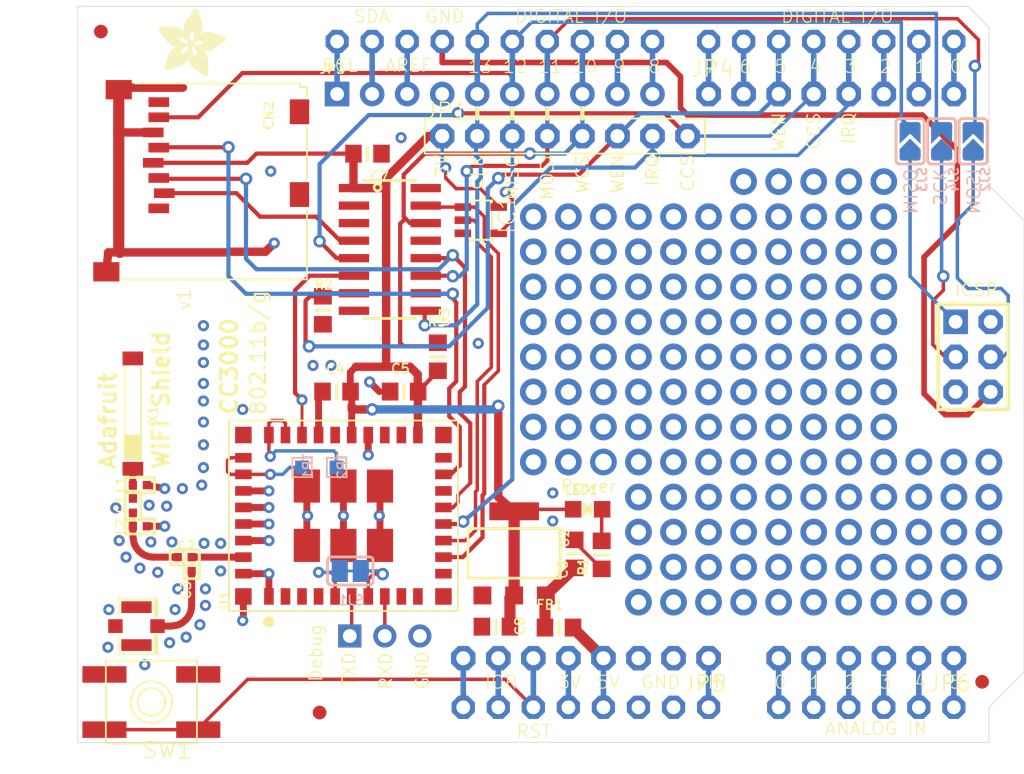
<source format=kicad_pcb>
(kicad_pcb (version 20211014) (generator pcbnew)
  (layers (0 "F.Cu" signal) (31 "B.Cu" signal) (34 "B.Paste" user) (35 "F.Paste" user) (36 "B.SilkS" user "B.Silkscreen") (37 "F.SilkS" user "F.Silkscreen") (38 "B.Mask" user) (39 "F.Mask" user) (44 "Edge.Cuts" user))
  (net 0 "")
  (net 1 "N$1")
  (net 2 "N$2")
  (net 3 "GND")
  (net 4 "N$3")
  (net 5 "N$4")
  (net 6 "SCL_3V")
  (net 7 "SDA_3V")
  (net 8 "VBAT_EN_3V")
  (net 9 "SPI_CLK_3V")
  (net 10 "SPI_MOSI_3V")
  (net 11 "SPI_IRQ_3V")
  (net 12 "SPI_MISO_3V")
  (net 13 "SPI_CS_3V")
  (net 14 "N$5")
  (net 15 "N$6")
  (net 16 "RXD_3V")
  (net 17 "TXD_3V")
  (net 18 "VBAT_EN_5V")
  (net 19 "SPI_CLK_5V")
  (net 20 "SPI_MOSI_5V")
  (net 21 "SPI_CS_5V")
  (net 22 "N$9")
  (net 23 "3.3V")
  (net 24 "SD_CS_5V")
  (net 25 "SD_CS_3V")
  (net 26 "+5V")
  (net 27 "N$7")
  (net 28 "N$8")
  (net 29 "N$10")
  (net 30 "N$16")
  (net 31 "N$17")
  (net 32 "N$18")
  (net 33 "N$19")
  (net 34 "N$23")
  (net 35 "N$24")
  (net 36 "N$25")
  (net 37 "N$26")
  (net 38 "N$27")
  (net 39 "N$29")
  (net 40 "N$30")
  (net 41 "N$31")
  (net 42 "N$32")
  (net 43 "N$33")
  (net 44 "N$34")
  (net 45 "N$35")
  (net 46 "N$36")
  (net 47 "N$11")
  (net 48 "N$13")
  (net 49 "N$14")
  (net 50 "N$15")
  (net 51 "N$20")
  (net 52 "N$21")
  (net 53 "N$28")
  (net 54 "N$22")
  (net 55 "N$37")
  (net 56 "N$156")
  (net 57 "N$38")
  (net 58 "N$39")
  (net 59 "N$40")
  (net 60 "N$41")
  (net 61 "N$42")
  (net 62 "N$43")
  (net 63 "N$44")
  (net 64 "N$45")
  (net 65 "N$46")
  (net 66 "N$47")
  (net 67 "N$48")
  (net 68 "N$56")
  (net 69 "N$57")
  (net 70 "N$58")
  (net 71 "N$59")
  (net 72 "N$60")
  (net 73 "N$66")
  (net 74 "N$67")
  (net 75 "N$68")
  (net 76 "N$69")
  (net 77 "N$70")
  (net 78 "N$71")
  (net 79 "N$78")
  (net 80 "N$79")
  (net 81 "N$80")
  (net 82 "N$81")
  (net 83 "N$82")
  (net 84 "N$83")
  (net 85 "N$84")
  (net 86 "N$92")
  (net 87 "N$93")
  (net 88 "N$94")
  (net 89 "N$95")
  (net 90 "N$96")
  (net 91 "N$97")
  (net 92 "N$102")
  (net 93 "N$103")
  (net 94 "N$104")
  (net 95 "N$105")
  (net 96 "N$106")
  (net 97 "N$107")
  (net 98 "N$109")
  (net 99 "N$61")
  (net 100 "N$49")
  (net 101 "N$91")
  (net 102 "N$64")
  (net 103 "N$65")
  (net 104 "N$52")
  (net 105 "N$54")
  (net 106 "N$55")
  (net 107 "N$62")
  (net 108 "N$63")
  (net 109 "N$72")
  (net 110 "N$73")
  (net 111 "N$74")
  (net 112 "N$75")
  (net 113 "N$76")
  (net 114 "N$77")
  (net 115 "N$85")
  (net 116 "N$86")
  (net 117 "N$87")
  (net 118 "N$88")
  (net 119 "N$98")
  (net 120 "N$99")
  (net 121 "N$112")
  (net 122 "N$113")
  (net 123 "N$114")
  (net 124 "N$115")
  (net 125 "N$108")
  (net 126 "N$116")
  (net 127 "N$117")
  (net 128 "N$110")
  (net 129 "N$111")
  (net 130 "N$120")
  (net 131 "N$121")
  (net 132 "N$122")
  (net 133 "N$123")
  (net 134 "N$124")
  (net 135 "N$125")
  (net 136 "N$126")
  (net 137 "N$127")
  (net 138 "N$128")
  (net 139 "N$129")
  (net 140 "N$130")
  (net 141 "N$131")
  (net 142 "N$132")
  (net 143 "N$138")
  (net 144 "N$139")
  (net 145 "N$140")
  (net 146 "N$141")
  (net 147 "N$142")
  (net 148 "N$143")
  (net 149 "N$144")
  (net 150 "N$148")
  (net 151 "N$155")
  (net 152 "N$157")
  (net 153 "N$136")
  (net 154 "N$149")
  (net 155 "N$158")
  (net 156 "N$160")
  (net 157 "N$162")
  (net 158 "N$166")
  (net 159 "N$167")
  (net 160 "N$176")
  (net 161 "N$177")
  (net 162 "N$193")
  (net 163 "N$118")
  (net 164 "N$119")
  (net 165 "N$133")
  (net 166 "N$134")
  (net 167 "N$135")
  (net 168 "N$145")
  (net 169 "N$146")
  (net 170 "N$147")
  (net 171 "N$150")
  (net 172 "N$151")
  (net 173 "N$152")
  (net 174 "N$153")
  (net 175 "N$154")
  (net 176 "N$159")
  (net 177 "N$173")
  (net 178 "N$174")
  (net 179 "N$175")
  (net 180 "N$178")
  (net 181 "N$179")
  (net 182 "N$180")
  (net 183 "N$181")
  (net 184 "N$182")
  (net 185 "N$187")
  (net 186 "N$188")
  (net 187 "N$12")
  (net 188 "N$53")
  (net 189 "N$161")
  (net 190 "N$163")
  (net 191 "N$164")
  (footprint "boardEagle:_0805MP" (layer "F.Cu") (at 150.2171 118.0136 90)
    (fp_text reference "C6")
    (fp_text value "10µF")
  )
  (footprint "boardEagle:ADAFRUIT_5MM" (layer "F.Cu") (at 120.0671 83.3816)
    (fp_text reference "U$8" hide)
    (fp_text value "" hide)
  )
  (footprint "boardEagle:1X03_ROUND" (layer "F.Cu") (at 136.4651 123.9636)
    (fp_text reference "JP2" hide)
    (fp_text value "")
  )
  (footprint "boardEagle:_0805MP" (layer "F.Cu") (at 132.9651 106.2496 180)
    (fp_text reference "C4")
    (fp_text value "1µF")
  )
  (footprint "boardEagle:1X08-CLEANBIG" (layer "F.Cu") (at 151.0411 125.5776 180)
    (fp_text reference "JP5")
    (fp_text value "")
  )
  (footprint "boardEagle:_0805MP" (layer "F.Cu") (at 149.0911 123.3536 180)
    (fp_text reference "FB1")
    (fp_text value "Ferrite")
  )
  (footprint "boardEagle:_0805MP" (layer "F.Cu") (at 152.1841 118.0846 90)
    (fp_text reference "R1")
    (fp_text value "470 ohm")
  )
  (footprint "boardEagle:_0402" (layer "F.Cu") (at 118.7111 113.0276 180)
    (fp_text reference "L1")
    (fp_text value "DNP")
  )
  (footprint "boardEagle:FIDUCIAL_1MM" (layer "F.Cu") (at 179.7581 127.2846 90)
    (fp_text reference "FID2" hide)
    (fp_text value "FIDUCIAL\"\"" hide)
  )
  (footprint "boardEagle:U.FL" (layer "F.Cu") (at 118.4651 123.2496)
    (fp_text reference "U$35" hide)
    (fp_text value "U.FL" hide)
  )
  (footprint "boardEagle:1X08-CLEANBIG" (layer "F.Cu") (at 168.8211 84.6836)
    (fp_text reference "JP4")
    (fp_text value "")
  )
  (footprint "boardEagle:_0402" (layer "F.Cu") (at 121.9651 118.2496)
    (fp_text reference "C2")
    (fp_text value "10pF")
  )
  (footprint "boardEagle:_0402" (layer "F.Cu") (at 118.2111 114.5196 90)
    (fp_text reference "C1")
    (fp_text value "2.2pF")
  )
  (footprint "boardEagle:SOT23-5L" (layer "F.Cu") (at 143.4211 93.8276 -90)
    (fp_text reference "IC1")
    (fp_text value "74AHC1G125")
  )
  (footprint "" (layer "F.Cu") (at 180.2511 96.1136)
    (fp_text reference "@HOLE3" hide)
    (fp_text value "")
  )
  (footprint "boardEagle:ANT_2500AT44M0400" (layer "F.Cu") (at 118.2031 107.8456 -90)
    (fp_text reference "X1")
    (fp_text value "2450AT18B100")
  )
  (footprint "boardEagle:CHIPLED_0805_NOOUTLINE" (layer "F.Cu") (at 151.1681 114.7826 -90)
    (fp_text reference "LED1")
    (fp_text value "green")
  )
  (footprint "boardEagle:_0402" (layer "F.Cu") (at 118.7111 116.0116 180)
    (fp_text reference "L2")
    (fp_text value "2.2nH")
  )
  (footprint "boardEagle:FIDUCIAL_1MM" (layer "F.Cu") (at 115.8851 80.1556 90)
    (fp_text reference "FID1" hide)
    (fp_text value "FIDUCIAL\"\"" hide)
  )
  (footprint "boardEagle:_0805MP" (layer "F.Cu") (at 135.2111 89.0076)
    (fp_text reference "C7")
    (fp_text value "10µF")
  )
  (footprint "" (layer "F.Cu") (at 129.4511 80.8736)
    (fp_text reference "@HOLE0" hide)
    (fp_text value "")
  )
  (footprint "boardEagle:ARDUINOR3_ICSP" (layer "F.Cu") (at 114.2111 131.6736)
    (fp_text reference "U$36" hide)
    (fp_text value "ARDUINO_R3_ICSP" hide)
    (fp_line (start 66.04 -40.386) (end 66.04 -51.816) (layer "Edge.Cuts") (width 0.05))
    (fp_line (start 66.04 0) (end 66.04 -2.54) (layer "Edge.Cuts") (width 0.05))
    (fp_line (start 66.04 -51.816) (end 64.516 -53.34) (layer "Edge.Cuts") (width 0.05))
    (fp_line (start 0 0) (end 66.04 0) (layer "Edge.Cuts") (width 0.05))
    (fp_line (start 0 -53.34) (end 0 0) (layer "Edge.Cuts") (width 0.05))
    (fp_line (start 68.58 -5.08) (end 68.58 -37.846) (layer "Edge.Cuts") (width 0.05))
    (fp_line (start 66.04 -2.54) (end 68.58 -5.08) (layer "Edge.Cuts") (width 0.05))
    (fp_line (start 64.516 -53.34) (end 0 -53.34) (layer "Edge.Cuts") (width 0.05))
    (fp_line (start 68.58 -37.846) (end 66.04 -40.386) (layer "Edge.Cuts") (width 0.05))
  )
  (footprint "" (layer "F.Cu") (at 180.2511 124.0536)
    (fp_text reference "@HOLE2" hide)
    (fp_text value "")
  )
  (footprint "boardEagle:FIDUCIAL_1MM" (layer "F.Cu") (at 131.7371 129.5146)
    (fp_text reference "FID3" hide)
    (fp_text value "FIDUCIAL\"\"" hide)
  )
  (footprint "boardEagle:_0805MP" (layer "F.Cu") (at 131.9751 100.3576 90)
    (fp_text reference "R2")
    (fp_text value "10K")
  )
  (footprint "boardEagle:_0805MP" (layer "F.Cu") (at 137.8651 106.2496 180)
    (fp_text reference "C5")
    (fp_text value "1µF")
  )
  (footprint "boardEagle:SOIC16" (layer "F.Cu") (at 136.8291 95.9476 -90)
    (fp_text reference "U3")
    (fp_text value "74HC4050D")
  )
  (footprint "boardEagle:SOT223-R" (layer "F.Cu") (at 145.8381 117.9756)
    (fp_text reference "U2")
    (fp_text value "LT1117-3v")
  )
  (footprint "" (layer "F.Cu") (at 128.1811 129.1336)
    (fp_text reference "@HOLE1" hide)
    (fp_text value "")
  )
  (footprint "boardEagle:_0805MP" (layer "F.Cu") (at 144.5191 123.2896 180)
    (fp_text reference "C8")
    (fp_text value "10µF")
  )
  (footprint "boardEagle:EVQ-Q2" (layer "F.Cu") (at 119.5451 128.7526 180)
    (fp_text reference "SW1")
    (fp_text value "SPST_TACT-EVQQ2")
  )
  (footprint "boardEagle:_0402" (layer "F.Cu") (at 122.4651 118.7496 -90)
    (fp_text reference "C3")
    (fp_text value "DNC_10pF")
  )
  (footprint "boardEagle:CC3000MOD" (layer "F.Cu") (at 133.4651 115.2496 90)
    (fp_text reference "U1")
    (fp_text value "CC3000MOD")
  )
  (footprint "boardEagle:MICROSD" (layer "F.Cu") (at 130.7211 83.9696 -90)
    (fp_text reference "CN2")
    (fp_text value "microSD")
  )
  (footprint "boardEagle:_0805MP" (layer "F.Cu") (at 140.3111 103.7256 90)
    (fp_text reference "R3")
    (fp_text value "10K")
  )
  (footprint "boardEagle:1X08-BIG" (layer "F.Cu") (at 149.5171 87.7316)
    (fp_text reference "JP1")
    (fp_text value "")
  )
  (footprint "boardEagle:1X06-CLEANBIG" (layer "F.Cu") (at 171.3611 125.5776 180)
    (fp_text reference "JP6")
    (fp_text value "")
  )
  (footprint "boardEagle:1X10_ROUND70" (layer "F.Cu") (at 144.4371 84.6836)
    (fp_text reference "JP3")
    (fp_text value "")
  )
  (footprint "boardEagle:SOLDERJUMPER_ARROW_NOPASTE" (layer "B.Cu") (at 179.1081 88.1126 90)
    (fp_text reference "SJ2")
    (fp_text value "MOSIHW")
  )
  (footprint "boardEagle:SOLDERJUMPER_ARROW_NOPASTE" (layer "B.Cu") (at 176.8221 88.1126 90)
    (fp_text reference "SJ4")
    (fp_text value "SCKHW")
  )
  (footprint "boardEagle:SOLDERJUMPER_CLOSEDWIRE" (layer "B.Cu") (at 133.9651 119.2496 180)
    (fp_text reference "SJ1")
    (fp_text value "TESTMODE")
  )
  (footprint "boardEagle:SOLDERJUMPER_ARROW_NOPASTE" (layer "B.Cu") (at 174.5361 88.1126 90)
    (fp_text reference "SJ3")
    (fp_text value "MISOHW")
  )
  (footprint "boardEagle:TESTPOINT_PAD_1MM" (layer "B.Cu") (at 132.9651 111.7496 -90)
    (fp_text reference "TP2")
    (fp_text value "SDA")
  )
  (footprint "boardEagle:TESTPOINT_PAD_1MM" (layer "B.Cu") (at 130.4651 111.7496 -90)
    (fp_text reference "TP1")
    (fp_text value "SCL")
  )
  (gr_line (start 148.2471 86.4616) (end 148.2471 85.6996) (layer "F.SilkS") (width 0.3048))
  (gr_line (start 145.7071 86.4616) (end 145.7071 85.6996) (layer "F.SilkS") (width 0.3048))
  (gr_line (start 181.6481 99.9236) (end 176.5681 99.9236) (layer "F.SilkS") (width 0.254))
  (gr_line (start 150.7871 86.4616) (end 150.7871 85.6996) (layer "F.SilkS") (width 0.3048))
  (gr_line (start 176.5681 99.9236) (end 176.5681 107.5436) (layer "F.SilkS") (width 0.254))
  (gr_line (start 176.5681 107.5436) (end 181.6481 107.5436) (layer "F.SilkS") (width 0.254))
  (gr_line (start 181.6481 107.5436) (end 181.6481 99.9236) (layer "F.SilkS") (width 0.254))
  (gr_line (start 143.1671 86.4616) (end 143.1671 85.6996) (layer "F.SilkS") (width 0.3048))
  (gr_text "MOSI" (at 179.6161 90.0176 -90) (layer "B.SilkS") (effects (font (size 0.9144 0.9144) (thickness 0.1016)) (justify right top mirror)))
  (gr_text "SCK" (at 177.2031 90.0176 -90) (layer "B.SilkS") (effects (font (size 0.9144 0.9144) (thickness 0.1016)) (justify right top mirror)))
  (gr_text "MISO" (at 175.0441 90.0176 -90) (layer "B.SilkS") (effects (font (size 0.9144 0.9144) (thickness 0.1016)) (justify right top mirror)))
  (gr_text "IRQ" (at 170.0911 85.9536 90) (layer "F.SilkS") (effects (font (size 0.9144 0.9144) (thickness 0.1016)) (justify right)))
  (gr_text "CC3000" (at 125.8951 108.0516 90) (layer "F.SilkS") (effects (font (size 1.194816 1.194816) (thickness 0.227584)) (justify left bottom)))
  (gr_text "CLK" (at 143.1671 89.0016 90) (layer "F.SilkS") (effects (font (size 0.9144 0.9144) (thickness 0.1016)) (justify right)))
  (gr_text "WEN" (at 165.0111 85.9536 90) (layer "F.SilkS") (effects (font (size 0.9144 0.9144) (thickness 0.1016)) (justify right)))
  (gr_text "ICSP" (at 177.7111 99.4156) (layer "F.SilkS") (effects (font (size 0.9144 0.9144) (thickness 0.1016)) (justify left bottom)))
  (gr_text "RXD" (at 136.0071 125.0896 90) (layer "F.SilkS") (effects (font (size 0.9144 0.9144) (thickness 0.1016)) (justify right top)))
  (gr_text "802.11b/g" (at 127.9271 108.0516 90) (layer "F.SilkS") (effects (font (size 1.1176 1.1176) (thickness 0.1524)) (justify left bottom)))
  (gr_text "CCS" (at 158.4071 89.0016 90) (layer "F.SilkS") (effects (font (size 0.9144 0.9144) (thickness 0.1016)) (justify right)))
  (gr_text "v1" (at 122.4661 100.4316 90) (layer "F.SilkS") (effects (font (size 0.9144 0.9144) (thickness 0.1016)) (justify left bottom)))
  (gr_text "MOSI" (at 148.2471 89.0016 90) (layer "F.SilkS") (effects (font (size 0.9144 0.9144) (thickness 0.1016)) (justify right)))
  (gr_text "Adafruit \n\nWiFi Shield" (at 120.9421 111.9886 90) (layer "F.SilkS") (effects (font (size 1.194816 1.194816) (thickness 0.227584)) (justify left bottom)))
  (gr_text "WEN" (at 153.3271 89.0016 90) (layer "F.SilkS") (effects (font (size 0.9144 0.9144) (thickness 0.1016)) (justify right)))
  (gr_text "CCS" (at 167.5511 85.9536 90) (layer "F.SilkS") (effects (font (size 0.9144 0.9144) (thickness 0.1016)) (justify right)))
  (gr_text "WCS" (at 150.7871 89.0016 90) (layer "F.SilkS") (effects (font (size 0.9144 0.9144) (thickness 0.1016)) (justify right)))
  (gr_text "TXD" (at 133.3271 125.0896 90) (layer "F.SilkS") (effects (font (size 0.9144 0.9144) (thickness 0.1016)) (justify right top)))
  (gr_text "GND" (at 138.6411 124.9896 90) (layer "F.SilkS") (effects (font (size 0.9144 0.9144) (thickness 0.1016)) (justify right top)))
  (gr_text "3V" (at 140.6271 89.0016 90) (layer "F.SilkS") (effects (font (size 0.9144 0.9144) (thickness 0.1016)) (justify right)))
  (gr_text "IRQ" (at 155.8671 89.0016 90) (layer "F.SilkS") (effects (font (size 0.9144 0.9144) (thickness 0.1016)) (justify right)))
  (gr_text "Debug" (at 131.9911 127.3556 90) (layer "F.SilkS") (effects (font (size 0.9144 0.9144) (thickness 0.1016)) (justify left bottom)))
  (gr_text "Power" (at 149.1361 113.6396) (layer "F.SilkS") (effects (font (size 0.9144 0.9144) (thickness 0.1016)) (justify left bottom)))
  (gr_text "MISO" (at 145.7071 89.0016 90) (layer "F.SilkS") (effects (font (size 0.9144 0.9144) (thickness 0.1016)) (justify right)))
  (segment (start 118.2111 114.0116) (end 118.2111 113.0356) (width 0.508) (layer "F.Cu") (net 1))
  (segment (start 118.2111 113.0356) (end 118.2031 113.0276) (width 0.5842) (layer "F.Cu") (net 1))
  (segment (start 118.2111 113.0356) (end 118.2111 113.0356) (width 0.5842) (layer "F.Cu") (net 1))
  (segment (start 118.2031 113.0276) (end 118.2031 111.8456) (width 0.508) (layer "F.Cu") (net 1))
  (segment (start 119.030114 118.08611) (end 118.829422 117.963125) (width 0.508) (layer "F.Cu") (net 2))
  (segment (start 118.2031 115.0356) (end 118.2111 115.0276) (width 0.5842) (layer "F.Cu") (net 2))
  (segment (start 118.2111 116.0196) (end 118.2111 116.0196) (width 0.5842) (layer "F.Cu") (net 2))
  (segment (start 118.65044 117.81026) (end 118.497575 117.631278) (width 0.508) (layer "F.Cu") (net 2))
  (segment (start 118.2111 116.0196) (end 118.2031 116.0116) (width 0.5842) (layer "F.Cu") (net 2))
  (segment (start 118.497575 117.631278) (end 118.37459 117.430586) (width 0.508) (layer "F.Cu") (net 2))
  (segment (start 119.7111 118.2496) (end 119.7111 118.2496) (width 0.508) (layer "F.Cu") (net 2))
  (segment (start 119.476448 118.231133) (end 119.247575 118.176185) (width 0.508) (layer "F.Cu") (net 2))
  (segment (start 118.2111 116.7496) (end 118.2111 116.0196) (width 0.508) (layer "F.Cu") (net 2))
  (segment (start 118.829422 117.963125) (end 118.65044 117.81026) (width 0.508) (layer "F.Cu") (net 2))
  (segment (start 119.7111 118.2496) (end 119.476448 118.231133) (width 0.508) (layer "F.Cu") (net 2))
  (segment (start 118.2031 115.0356) (end 118.2031 115.0356) (width 0.5842) (layer "F.Cu") (net 2))
  (segment (start 118.284515 117.213125) (end 118.2111 116.7496) (width 0.508) (layer "F.Cu") (net 2))
  (segment (start 121.4571 118.2496) (end 119.7111 118.2496) (width 0.508) (layer "F.Cu") (net 2))
  (segment (start 118.2031 116.0116) (end 118.2031 115.0356) (width 0.508) (layer "F.Cu") (net 2))
  (segment (start 119.247575 118.176185) (end 119.030114 118.08611) (width 0.508) (layer "F.Cu") (net 2))
  (segment (start 118.37459 117.430586) (end 118.284515 117.213125) (width 0.508) (layer "F.Cu") (net 2))
  (segment (start 130.8151 117.3996) (end 130.8151 115.2996) (width 0.5) (layer "F.Cu") (net 3))
  (segment (start 136.1151 117.3996) (end 136.1151 115.2996) (width 0.5) (layer "F.Cu") (net 3))
  (segment (start 117.1811 87.4776) (end 117.1811 96.0836) (width 0.8128) (layer "F.Cu") (net 3))
  (segment (start 117.2591 96.1616) (end 125.0851 96.1616) (width 0.6096) (layer "F.Cu") (net 3))
  (segment (start 157.8991 83.4136) (end 156.8831 82.3976) (width 0.4064) (layer "F.Cu") (net 3))
  (segment (start 130.8151 113.0996) (end 130.8151 115.1996) (width 0.5) (layer "F.Cu") (net 3))
  (segment (start 126.2151 113.4496) (end 128.0651 113.4496) (width 0.5) (layer "F.Cu") (net 3))
  (segment (start 175.5521 96.4946) (end 175.5521 106.4006) (width 0.4064) (layer "F.Cu") (net 3))
  (segment (start 119.2191 116.0116) (end 120.5111 116.0116) (width 0.5) (layer "F.Cu") (net 3))
  (segment (start 119.6811 87.4696) (end 117.1891 87.4696) (width 0.6096) (layer "F.Cu") (net 3))
  (segment (start 157.8991 85.6996) (end 157.8991 83.4136) (width 0.4064) (layer "F.Cu") (net 3))
  (segment (start 136.1151 113.0996) (end 136.1151 115.1996) (width 0.5) (layer "F.Cu") (net 3))
  (segment (start 117.1811 96.0836) (end 117.2591 96.1616) (width 0.8128) (layer "F.Cu") (net 3))
  (segment (start 126.2151 117.0496) (end 128.0651 117.0496) (width 0.5) (layer "F.Cu") (net 3))
  (segment (start 136.0651 106.2496) (end 135.3651 105.5496) (width 0.5) (layer "F.Cu") (net 3))
  (segment (start 131.6651 106.5336) (end 131.9491 106.2496) (width 0.5) (layer "F.Cu") (net 3))
  (segment (start 136.1151 115.2996) (end 136.0651 115.2496) (width 0.5) (layer "F.Cu") (net 3))
  (segment (start 175.4251 86.2076) (end 158.4071 86.2076) (width 0.4064) (layer "F.Cu") (net 3))
  (segment (start 135.2651 109.3996) (end 135.2651 110.8496) (width 0.5) (layer "F.Cu") (net 3))
  (segment (start 117.1811 84.3696) (end 117.1811 87.4776) (width 0.8128) (layer "F.Cu") (net 3))
  (segment (start 125.0851 96.1616) (end 125.1331 96.1136) (width 0.6096) (layer "F.Cu") (net 3))
  (segment (start 175.5521 106.4006) (end 177.0761 107.9246) (width 0.4064) (layer "F.Cu") (net 3))
  (segment (start 128.0651 121.0996) (end 128.0651 119.4496) (width 0.5) (layer "F.Cu") (net 3))
  (segment (start 136.1151 115.1996) (end 136.0651 115.2496) (width 0.5) (layer "F.Cu") (net 3))
  (segment (start 140.6271 82.3976) (end 140.6271 80.8736) (width 0.4064) (layer "F.Cu") (net 3))
  (segment (start 126.2151 121.0996) (end 126.2151 122.7996) (width 0.5) (layer "F.Cu") (net 3))
  (segment (start 126.2151 115.8496) (end 128.0651 115.8496) (width 0.5) (layer "F.Cu") (net 3))
  (segment (start 126.2151 119.4496) (end 128.0651 119.4496) (width 0.5) (layer "F.Cu") (net 3))
  (segment (start 178.7271 107.9246) (end 180.3781 106.2736) (width 0.4064) (layer "F.Cu") (net 3))
  (segment (start 131.6651 109.3996) (end 131.6651 106.5336) (width 0.5) (layer "F.Cu") (net 3))
  (segment (start 177.9651 94.0816) (end 175.5521 96.4946) (width 0.4064) (layer "F.Cu") (net 3))
  (segment (start 150.2171 116.9976) (end 150.2171 117.1336) (width 0.254) (layer "F.Cu") (net 3))
  (segment (start 130.8151 115.2996) (end 130.8651 115.2496) (width 0.5) (layer "F.Cu") (net 3))
  (segment (start 158.4071 86.2076) (end 157.8991 85.6996) (width 0.4064) (layer "F.Cu") (net 3))
  (segment (start 117.1891 87.4696) (end 117.1811 87.4776) (width 0.6096) (layer "F.Cu") (net 3))
  (segment (start 126.2151 122.7996) (end 126.1651 122.8496) (width 0.5) (layer "F.Cu") (net 3))
  (segment (start 177.9651 94.0816) (end 177.9651 88.7476) (width 0.4064) (layer "F.Cu") (net 3))
  (segment (start 156.8831 82.3976) (end 140.6271 82.3976) (width 0.4064) (layer "F.Cu") (net 3))
  (segment (start 117.3271 84.2236) (end 121.8311 84.2236) (width 0.6096) (layer "F.Cu") (net 3))
  (segment (start 177.0761 107.9246) (end 178.7271 107.9246) (width 0.4064) (layer "F.Cu") (net 3))
  (segment (start 126.2151 114.6496) (end 128.0651 114.6496) (width 0.5) (layer "F.Cu") (net 3))
  (segment (start 150.2171 117.1336) (end 152.1841 119.1006) (width 0.254) (layer "F.Cu") (net 3))
  (segment (start 116.2811 97.5696) (end 116.4191 96.1616) (width 0.6096) (layer "F.Cu") (net 3))
  (segment (start 125.1331 96.1136) (end 127.8221 96.1136) (width 0.6096) (layer "F.Cu") (net 3))
  (segment (start 127.8221 96.1136) (end 128.4511 95.4846) (width 0.6096) (layer "F.Cu") (net 3))
  (segment (start 133.4651 117.3996) (end 133.4651 115.2496) (width 0.5) (layer "F.Cu") (net 3))
  (segment (start 177.9651 88.7476) (end 175.4251 86.2076) (width 0.4064) (layer "F.Cu") (net 3))
  (segment (start 130.8151 115.1996) (end 130.8651 115.2496) (width 0.5) (layer "F.Cu") (net 3))
  (segment (start 116.4191 96.1616) (end 117.2591 96.1616) (width 0.6096) (layer "F.Cu") (net 3))
  (segment (start 119.2191 113.0276) (end 120.5111 113.2816) (width 0.5) (layer "F.Cu") (net 3))
  (segment (start 133.4651 113.0996) (end 133.4651 115.2496) (width 0.5) (layer "F.Cu") (net 3))
  (segment (start 117.1811 84.3696) (end 117.3271 84.2236) (width 0.6096) (layer "F.Cu") (net 3))
  (via (at 123.3211 105.6646) (size 0.8064) (drill 0.4) (layers "F.Cu" "B.Cu") (net 3))
  (via (at 148.6381 115.6306) (size 0.8064) (drill 0.4) (layers "F.Cu" "B.Cu") (net 3))
  (via (at 116.4651 122.0496) (size 0.8064) (drill 0.4) (layers "F.Cu" "B.Cu") (net 3))
  (via (at 119.0651 126.0496) (size 0.8064) (drill 0.4) (layers "F.Cu" "B.Cu") (net 3))
  (via (at 121.0351 117.1496) (size 0.8064) (drill 0.4) (layers "F.Cu" "B.Cu") (net 3))
  (via (at 128.0651 114.6496) (size 0.8064) (drill 0.4) (layers "F.Cu" "B.Cu") (net 3))
  (via (at 123.1941 113.0306) (size 0.8064) (drill 0.4) (layers "F.Cu" "B.Cu") (net 3))
  (via (at 120.5111 113.2816) (size 0.8064) (drill 0.4) (layers "F.Cu" "B.Cu") (net 3))
  (via (at 143.2391 102.7556) (size 0.8064) (drill 0.4) (layers "F.Cu" "B.Cu") (net 3))
  (via (at 128.0651 113.4496) (size 0.8064) (drill 0.4) (layers "F.Cu" "B.Cu") (net 3))
  (via (at 116.3951 124.7796) (size 0.8064) (drill 0.4) (layers "F.Cu" "B.Cu") (net 3))
  (via (at 124.5651 117.2496) (size 0.8064) (drill 0.4) (layers "F.Cu" "B.Cu") (net 3))
  (via (at 118.7111 119.0496) (size 0.8064) (drill 0.4) (layers "F.Cu" "B.Cu") (net 3))
  (via (at 119.3841 114.4846) (size 0.8064) (drill 0.4) (layers "F.Cu" "B.Cu") (net 3))
  (via (at 131.2651 104.3576) (size 0.8064) (drill 0.4) (layers "F.Cu" "B.Cu") (net 3))
  (via (at 128.1971 90.2776) (size 0.8064) (drill 0.4) (layers "F.Cu" "B.Cu") (net 3))
  (via (at 124.5651 119.2496) (size 0.8064) (drill 0.4) (layers "F.Cu" "B.Cu") (net 3))
  (via (at 123.3211 108.4586) (size 0.8064) (drill 0.4) (layers "F.Cu" "B.Cu") (net 3))
  (via (at 123.3211 110.1096) (size 0.8064) (drill 0.4) (layers "F.Cu" "B.Cu") (net 3))
  (via (at 133.4651 115.2496) (size 0.8064) (drill 0.4) (layers "F.Cu" "B.Cu") (net 3))
  (via (at 122.0651 124.0496) (size 0.8064) (drill 0.4) (layers "F.Cu" "B.Cu") (net 3))
  (via (at 116.9711 114.6816) (size 0.8064) (drill 0.4) (layers "F.Cu" "B.Cu") (net 3))
  (via (at 128.0651 119.4496) (size 0.8064) (drill 0.4) (layers "F.Cu" "B.Cu") (net 3))
  (via (at 136.0651 115.2496) (size 0.8064) (drill 0.4) (layers "F.Cu" "B.Cu") (net 3))
  (via (at 121.2651 122.0496) (size 0.8064) (drill 0.4) (layers "F.Cu" "B.Cu") (net 3))
  (via (at 121.7971 113.2846) (size 0.8064) (drill 0.4) (layers "F.Cu" "B.Cu") (net 3))
  (via (at 119.5111 117.1496) (size 0.8064) (drill 0.4) (layers "F.Cu" "B.Cu") (net 3))
  (via (at 128.4511 95.4846) (size 0.8064) (drill 0.4) (layers "F.Cu" "B.Cu") (net 3))
  (via (at 148.6381 113.5986) (size 0.8064) (drill 0.4) (layers "F.Cu" "B.Cu") (net 3))
  (via (at 121.4651 120.5496) (size 0.8064) (drill 0.4) (layers "F.Cu" "B.Cu") (net 3))
  (via (at 123.3211 111.7606) (size 0.8064) (drill 0.4) (layers "F.Cu" "B.Cu") (net 3))
  (via (at 123.4651 121.7496) (size 0.8064) (drill 0.4) (layers "F.Cu" "B.Cu") (net 3))
  (via (at 123.3211 102.8706) (size 0.8064) (drill 0.4) (layers "F.Cu" "B.Cu") (net 3))
  (via (at 120.0111 119.3496) (size 0.8064) (drill 0.4) (layers "F.Cu" "B.Cu") (net 3))
  (via (at 120.8651 124.4496) (size 0.8064) (drill 0.4) (layers "F.Cu" "B.Cu") (net 3))
  (via (at 117.2111 117.0496) (size 0.8064) (drill 0.4) (layers "F.Cu" "B.Cu") (net 3))
  (via (at 135.3651 105.5496) (size 0.8064) (drill 0.4) (layers "F.Cu" "B.Cu") (net 3))
  (via (at 123.4651 120.5496) (size 0.8064) (drill 0.4) (layers "F.Cu" "B.Cu") (net 3))
  (via (at 126.1651 107.5496) (size 0.8064) (drill 0.4) (layers "F.Cu" "B.Cu") (net 3))
  (via (at 128.0651 115.8496) (size 0.8064) (drill 0.4) (layers "F.Cu" "B.Cu") (net 3))
  (via (at 123.3211 101.4736) (size 0.8064) (drill 0.4) (layers "F.Cu" "B.Cu") (net 3))
  (via (at 130.8651 115.2496) (size 0.8064) (drill 0.4) (layers "F.Cu" "B.Cu") (net 3))
  (via (at 120.5111 116.0116) (size 0.8064) (drill 0.4) (layers "F.Cu" "B.Cu") (net 3))
  (via (at 117.7111 118.2496) (size 0.8064) (drill 0.4) (layers "F.Cu" "B.Cu") (net 3))
  (via (at 135.2651 110.8496) (size 0.8064) (drill 0.4) (layers "F.Cu" "B.Cu") (net 3))
  (via (at 132.5651 104.3576) (size 0.8064) (drill 0.4) (layers "F.Cu" "B.Cu") (net 3))
  (via (at 123.3211 106.9346) (size 0.8064) (drill 0.4) (layers "F.Cu" "B.Cu") (net 3))
  (via (at 120.6541 114.5546) (size 0.8064) (drill 0.4) (layers "F.Cu" "B.Cu") (net 3))
  (via (at 137.6451 87.8476) (size 0.8064) (drill 0.4) (layers "F.Cu" "B.Cu") (net 3))
  (via (at 123.0651 123.1496) (size 0.8064) (drill 0.4) (layers "F.Cu" "B.Cu") (net 3))
  (via (at 128.0651 117.0496) (size 0.8064) (drill 0.4) (layers "F.Cu" "B.Cu") (net 3))
  (via (at 123.3651 117.2496) (size 0.8064) (drill 0.4) (layers "F.Cu" "B.Cu") (net 3))
  (via (at 126.1651 122.8496) (size 0.8064) (drill 0.4) (layers "F.Cu" "B.Cu") (net 3))
  (via (at 123.3211 104.1406) (size 0.8064) (drill 0.4) (layers "F.Cu" "B.Cu") (net 3))
  (segment (start 121.646086 123.08611) (end 121.428625 123.176185) (width 0.508) (layer "F.Cu") (net 4))
  (segment (start 122.391685 122.213125) (end 122.30161 122.430586) (width 0.508) (layer "F.Cu") (net 4))
  (segment (start 122.4651 119.2576) (end 122.4651 121.7496) (width 0.508) (layer "F.Cu") (net 4))
  (segment (start 121.846778 122.963125) (end 121.646086 123.08611) (width 0.508) (layer "F.Cu") (net 4))
  (segment (start 122.446633 121.984252) (end 122.391685 122.213125) (width 0.508) (layer "F.Cu") (net 4))
  (segment (start 122.02576 122.81026) (end 121.846778 122.963125) (width 0.508) (layer "F.Cu") (net 4))
  (segment (start 122.4651 121.7496) (end 122.446633 121.984252) (width 0.508) (layer "F.Cu") (net 4))
  (segment (start 121.428625 123.176185) (end 120.9651 123.2496) (width 0.508) (layer "F.Cu") (net 4))
  (segment (start 120.9651 123.2496) (end 119.9901 123.2496) (width 0.508) (layer "F.Cu") (net 4))
  (segment (start 122.30161 122.430586) (end 122.178625 122.631278) (width 0.508) (layer "F.Cu") (net 4))
  (segment (start 122.178625 122.631278) (end 122.02576 122.81026) (width 0.508) (layer "F.Cu") (net 4))
  (segment (start 122.4651 121.7496) (end 122.4651 121.7496) (width 0.508) (layer "F.Cu") (net 4))
  (segment (start 126.2151 118.2496) (end 122.4731 118.2496) (width 0.508) (layer "F.Cu") (net 5))
  (segment (start 122.4731 118.2496) (end 122.4651 118.2416) (width 0.508) (layer "F.Cu") (net 5))
  (segment (start 126.2151 111.0496) (end 125.2651 111.0496) (width 0.25) (layer "F.Cu") (net 6))
  (segment (start 126.2151 112.2496) (end 128.1651 112.2496) (width 0.25) (layer "F.Cu") (net 6))
  (segment (start 125.0651 111.2496) (end 125.0651 112.0496) (width 0.25) (layer "F.Cu") (net 6))
  (segment (start 125.2651 111.0496) (end 125.0651 111.2496) (width 0.25) (layer "F.Cu") (net 6))
  (segment (start 125.2651 112.2496) (end 126.2151 112.2496) (width 0.25) (layer "F.Cu") (net 6))
  (segment (start 125.0651 112.0496) (end 125.2651 112.2496) (width 0.25) (layer "F.Cu") (net 6))
  (via (at 128.1651 112.2496) (size 0.8064) (drill 0.4) (layers "F.Cu" "B.Cu") (net 6))
  (segment (start 129.0651 112.2496) (end 129.5651 111.7496) (width 0.25) (layer "B.Cu") (net 6))
  (segment (start 129.5651 111.7496) (end 130.4651 111.7496) (width 0.25) (layer "B.Cu") (net 6))
  (segment (start 128.1651 112.2496) (end 129.0651 112.2496) (width 0.25) (layer "B.Cu") (net 6))
  (segment (start 128.0651 110.8496) (end 128.1651 110.9496) (width 0.25) (layer "F.Cu") (net 7))
  (segment (start 128.0651 109.3996) (end 128.0651 110.8496) (width 0.25) (layer "F.Cu") (net 7))
  (segment (start 128.0651 109.3996) (end 128.0651 108.5496) (width 0.25) (layer "F.Cu") (net 7))
  (segment (start 129.0651 108.3496) (end 129.2651 108.5496) (width 0.25) (layer "F.Cu") (net 7))
  (segment (start 128.0651 108.5496) (end 128.2651 108.3496) (width 0.25) (layer "F.Cu") (net 7))
  (segment (start 128.2651 108.3496) (end 129.0651 108.3496) (width 0.25) (layer "F.Cu") (net 7))
  (segment (start 129.2651 108.5496) (end 129.2651 109.3996) (width 0.25) (layer "F.Cu") (net 7))
  (via (at 128.1651 110.9496) (size 0.8064) (drill 0.4) (layers "F.Cu" "B.Cu") (net 7))
  (segment (start 132.9651 111.7496) (end 132.9651 110.7496) (width 0.25) (layer "B.Cu") (net 7))
  (segment (start 128.5651 110.5496) (end 128.1651 110.9496) (width 0.25) (layer "B.Cu") (net 7))
  (segment (start 132.9651 110.7496) (end 132.7651 110.5496) (width 0.25) (layer "B.Cu") (net 7))
  (segment (start 132.7651 110.5496) (end 128.5651 110.5496) (width 0.25) (layer "B.Cu") (net 7))
  (segment (start 131.0141 97.8526) (end 129.9591 98.9076) (width 0.3048) (layer "F.Cu") (net 8))
  (segment (start 134.2291 97.8526) (end 131.0141 97.8526) (width 0.3048) (layer "F.Cu") (net 8))
  (segment (start 129.9591 98.9076) (end 129.9591 106.3436) (width 0.3048) (layer "F.Cu") (net 8))
  (segment (start 129.9591 106.3436) (end 130.4651 106.8496) (width 0.3048) (layer "F.Cu") (net 8))
  (segment (start 130.4651 106.8496) (end 130.4651 109.3996) (width 0.21) (layer "F.Cu") (net 8))
  (via (at 130.4651 106.8496) (size 0.8064) (drill 0.4) (layers "F.Cu" "B.Cu") (net 8))
  (segment (start 141.1351 108.0516) (end 141.1351 106.0196) (width 0.3048) (layer "F.Cu") (net 9))
  (segment (start 139.4681 99.1616) (end 139.4291 99.1226) (width 0.3048) (layer "F.Cu") (net 9))
  (segment (start 141.3891 99.1616) (end 141.1351 99.1616) (width 0.3048) (layer "F.Cu") (net 9))
  (segment (start 120.1091 88.5416) (end 125.1331 88.5416) (width 0.3048) (layer "F.Cu") (net 9))
  (segment (start 141.1351 106.0196) (end 141.6431 105.5116) (width 0.3048) (layer "F.Cu") (net 9))
  (segment (start 141.1351 99.1616) (end 139.4681 99.1616) (width 0.3048) (layer "F.Cu") (net 9))
  (segment (start 141.2551 112.2496) (end 141.8971 111.6076) (width 0.3048) (layer "F.Cu") (net 9))
  (segment (start 141.6431 105.5116) (end 141.6431 99.7966) (width 0.3048) (layer "F.Cu") (net 9))
  (segment (start 141.6431 99.7966) (end 141.1351 99.1616) (width 0.3048) (layer "F.Cu") (net 9))
  (segment (start 120.0811 88.5696) (end 120.1091 88.5416) (width 0.3048) (layer "F.Cu") (net 9))
  (segment (start 140.7151 112.2496) (end 141.2551 112.2496) (width 0.3048) (layer "F.Cu") (net 9))
  (segment (start 141.8971 108.8136) (end 141.1351 108.0516) (width 0.3048) (layer "F.Cu") (net 9))
  (segment (start 141.8971 111.6076) (end 141.8971 108.8136) (width 0.3048) (layer "F.Cu") (net 9))
  (via (at 125.1331 88.5416) (size 0.9064) (drill 0.5) (layers "F.Cu" "B.Cu") (net 9))
  (via (at 141.3891 99.1616) (size 0.9064) (drill 0.5) (layers "F.Cu" "B.Cu") (net 9))
  (segment (start 126.4031 99.1616) (end 141.3891 99.1616) (width 0.3048) (layer "B.Cu") (net 9))
  (segment (start 125.1331 97.8916) (end 126.4031 99.1616) (width 0.3048) (layer "B.Cu") (net 9))
  (segment (start 125.1331 88.5416) (end 125.1331 97.8916) (width 0.3048) (layer "B.Cu") (net 9))
  (segment (start 141.8971 106.2736) (end 142.2781 105.8926) (width 0.3048) (layer "F.Cu") (net 10))
  (segment (start 120.1391 90.8276) (end 120.0811 90.7696) (width 0.3048) (layer "F.Cu") (net 10))
  (segment (start 141.6821 96.5826) (end 141.3891 96.3676) (width 0.3048) (layer "F.Cu") (net 10))
  (segment (start 141.7701 113.7666) (end 141.7701 114.2746) (width 0.254) (layer "F.Cu") (net 10))
  (segment (start 141.6041 96.5826) (end 139.4291 96.5826) (width 0.3048) (layer "F.Cu") (net 10))
  (segment (start 142.6591 108.5596) (end 141.8971 107.7976) (width 0.3048) (layer "F.Cu") (net 10))
  (segment (start 139.4291 96.5826) (end 141.6821 96.5826) (width 0.3048) (layer "F.Cu") (net 10))
  (segment (start 142.6591 112.8776) (end 142.6591 108.5596) (width 0.3048) (layer "F.Cu") (net 10))
  (segment (start 142.6591 112.8776) (end 141.7701 113.7666) (width 0.254) (layer "F.Cu") (net 10))
  (segment (start 141.8971 107.7976) (end 141.8971 106.2736) (width 0.3048) (layer "F.Cu") (net 10))
  (segment (start 140.7151 114.6496) (end 141.3951 114.6496) (width 0.3048) (layer "F.Cu") (net 10))
  (segment (start 141.7701 114.2746) (end 141.3951 114.6496) (width 0.254) (layer "F.Cu") (net 10))
  (segment (start 142.2781 97.2566) (end 141.6041 96.5826) (width 0.3048) (layer "F.Cu") (net 10))
  (segment (start 142.2781 105.8926) (end 142.2781 97.2566) (width 0.3048) (layer "F.Cu") (net 10))
  (segment (start 120.1391 90.8276) (end 126.4031 90.8276) (width 0.3048) (layer "F.Cu") (net 10))
  (via (at 141.3891 96.3676) (size 0.9064) (drill 0.5) (layers "F.Cu" "B.Cu") (net 10))
  (via (at 126.4031 90.8276) (size 0.9064) (drill 0.5) (layers "F.Cu" "B.Cu") (net 10))
  (segment (start 127.1651 97.3836) (end 140.3731 97.3836) (width 0.3048) (layer "B.Cu") (net 10))
  (segment (start 126.4031 96.6216) (end 127.1651 97.3836) (width 0.3048) (layer "B.Cu") (net 10))
  (segment (start 140.3731 97.3836) (end 141.3891 96.3676) (width 0.3048) (layer "B.Cu") (net 10))
  (segment (start 126.4031 90.8276) (end 126.4031 96.6216) (width 0.3048) (layer "B.Cu") (net 10))
  (segment (start 141.9731 115.8496) (end 142.1511 115.6716) (width 0.3048) (layer "F.Cu") (net 11))
  (segment (start 140.7151 115.8496) (end 141.9731 115.8496) (width 0.3048) (layer "F.Cu") (net 11))
  (via (at 142.1511 115.6716) (size 0.9064) (drill 0.5) (layers "F.Cu" "B.Cu") (net 11))
  (segment (start 145.7071 112.6236) (end 145.7071 92.8116) (width 0.3048) (layer "B.Cu") (net 11))
  (segment (start 154.5971 90.0176) (end 155.8671 88.7476) (width 0.3048) (layer "B.Cu") (net 11))
  (segment (start 142.1511 115.6716) (end 145.7071 112.6236) (width 0.3048) (layer "B.Cu") (net 11))
  (segment (start 156.2481 89.1286) (end 155.8671 88.7476) (width 0.3048) (layer "B.Cu") (net 11))
  (segment (start 156.2481 89.1286) (end 166.4081 89.1286) (width 0.254) (layer "B.Cu") (net 11))
  (segment (start 170.0911 80.8736) (end 170.0911 84.6836) (width 0.4064) (layer "B.Cu") (net 11))
  (segment (start 170.0911 85.4456) (end 170.0911 84.6836) (width 0.3048) (layer "B.Cu") (net 11))
  (segment (start 145.7071 92.8116) (end 148.5011 90.0176) (width 0.3048) (layer "B.Cu") (net 11))
  (segment (start 166.4081 89.1286) (end 170.0911 85.4456) (width 0.254) (layer "B.Cu") (net 11))
  (segment (start 155.8671 88.7476) (end 155.8671 87.7316) (width 0.3048) (layer "B.Cu") (net 11))
  (segment (start 148.5011 90.0176) (end 154.5971 90.0176) (width 0.3048) (layer "B.Cu") (net 11))
  (segment (start 145.7071 84.6836) (end 145.7071 83.4136) (width 0.3048) (layer "F.Cu") (net 12))
  (segment (start 120.0811 86.3696) (end 122.9391 86.3696) (width 0.3048) (layer "F.Cu") (net 12))
  (segment (start 145.7071 83.4136) (end 145.4531 83.1596) (width 0.3048) (layer "F.Cu") (net 12))
  (segment (start 145.4531 83.1596) (end 126.1491 83.1596) (width 0.3048) (layer "F.Cu") (net 12))
  (segment (start 144.7211 94.7776) (end 144.7571 94.7776) (width 0.254) (layer "F.Cu") (net 12))
  (segment (start 145.7071 93.8276) (end 145.7071 92.3036) (width 0.254) (layer "F.Cu") (net 12))
  (segment (start 144.7571 94.7776) (end 145.7071 93.8276) (width 0.254) (layer "F.Cu") (net 12))
  (segment (start 145.7071 92.3036) (end 145.1991 91.7956) (width 0.254) (layer "F.Cu") (net 12))
  (segment (start 126.1491 83.1596) (end 122.9391 86.3696) (width 0.3048) (layer "F.Cu") (net 12))
  (via (at 145.1991 91.7956) (size 0.8001) (drill 0.3937) (layers "F.Cu" "B.Cu") (net 12))
  (segment (start 145.7071 91.2876) (end 145.7071 87.7316) (width 0.254) (layer "B.Cu") (net 12))
  (segment (start 147.1041 79.4766) (end 173.9011 79.4766) (width 0.254) (layer "B.Cu") (net 12))
  (segment (start 145.1991 91.7956) (end 145.7071 91.2876) (width 0.254) (layer "B.Cu") (net 12))
  (segment (start 145.7071 80.8736) (end 145.7071 84.6836) (width 0.4064) (layer "B.Cu") (net 12))
  (segment (start 174.5361 87.0966) (end 173.9011 86.4616) (width 0.254) (layer "B.Cu") (net 12))
  (segment (start 145.7071 87.7316) (end 145.7071 84.6836) (width 0.3048) (layer "B.Cu") (net 12))
  (segment (start 145.7071 80.8736) (end 147.1041 79.4766) (width 0.254) (layer "B.Cu") (net 12))
  (segment (start 173.9011 86.4616) (end 173.9011 79.4766) (width 0.254) (layer "B.Cu") (net 12))
  (segment (start 143.6751 95.2246) (end 143.6751 93.5736) (width 0.254) (layer "F.Cu") (net 13))
  (segment (start 143.5481 113.7666) (end 143.6751 113.6396) (width 0.3048) (layer "F.Cu") (net 13))
  (segment (start 140.7151 118.2496) (end 142.1131 118.2496) (width 0.3048) (layer "F.Cu") (net 13))
  (segment (start 139.4681 92.8116) (end 139.5341 92.8776) (width 0.254) (layer "F.Cu") (net 13))
  (segment (start 142.9791 92.8776) (end 142.1211 92.8776) (width 0.254) (layer "F.Cu") (net 13))
  (segment (start 143.6751 113.6396) (end 143.6751 105.7656) (width 0.3048) (layer "F.Cu") (net 13))
  (segment (start 139.5341 92.8776) (end 142.1211 92.8776) (width 0.254) (layer "F.Cu") (net 13))
  (segment (start 144.6911 104.7496) (end 144.6911 96.2406) (width 0.254) (layer "F.Cu") (net 13))
  (segment (start 143.5481 116.8146) (end 143.5481 113.7666) (width 0.3048) (layer "F.Cu") (net 13))
  (segment (start 143.6751 93.5736) (end 142.9791 92.8776) (width 0.254) (layer "F.Cu") (net 13))
  (segment (start 142.1131 118.2496) (end 143.5481 116.8146) (width 0.3048) (layer "F.Cu") (net 13))
  (segment (start 139.4681 92.8116) (end 139.4291 92.7726) (width 0.3048) (layer "F.Cu") (net 13))
  (segment (start 143.6751 105.7656) (end 144.6911 104.7496) (width 0.254) (layer "F.Cu") (net 13))
  (segment (start 144.6911 96.2406) (end 143.6751 95.2246) (width 0.254) (layer "F.Cu") (net 13))
  (segment (start 132.8651 121.0996) (end 132.8651 119.6496) (width 0.25) (layer "F.Cu") (net 14))
  (segment (start 132.5651 119.3496) (end 131.6651 119.3496) (width 0.25) (layer "F.Cu") (net 14))
  (segment (start 132.8651 119.6496) (end 132.5651 119.3496) (width 0.25) (layer "F.Cu") (net 14))
  (via (at 131.6651 119.3496) (size 0.8064) (drill 0.4) (layers "F.Cu" "B.Cu") (net 14))
  (segment (start 131.6651 119.3496) (end 133.1031 119.3496) (width 0.25) (layer "B.Cu") (net 14))
  (segment (start 133.1031 119.3496) (end 133.2031 119.2496) (width 0.25) (layer "B.Cu") (net 14))
  (segment (start 135.6651 119.4496) (end 135.8871 119.4816) (width 0.254) (layer "F.Cu") (net 15))
  (segment (start 135.2651 119.8496) (end 135.6651 119.4496) (width 0.25) (layer "F.Cu") (net 15))
  (segment (start 135.8871 119.4816) (end 136.3091 119.4816) (width 0.254) (layer "F.Cu") (net 15))
  (segment (start 135.2651 121.0996) (end 135.2651 119.8496) (width 0.25) (layer "F.Cu") (net 15))
  (via (at 136.3091 119.4816) (size 0.9064) (drill 0.5) (layers "F.Cu" "B.Cu") (net 15))
  (segment (start 136.3091 119.4816) (end 136.2871 119.2496) (width 0.254) (layer "B.Cu") (net 15))
  (segment (start 136.2871 119.2496) (end 134.7271 119.2496) (width 0.254) (layer "B.Cu") (net 15))
  (segment (start 134.9271 119.4496) (end 134.7271 119.2496) (width 0.25) (layer "B.Cu") (net 15))
  (segment (start 136.4651 121.0996) (end 136.4651 123.9636) (width 0.254) (layer "F.Cu") (net 16))
  (segment (start 134.0651 123.8236) (end 133.9251 123.9636) (width 0.25) (layer "F.Cu") (net 17))
  (segment (start 134.0651 121.0996) (end 134.0651 123.8236) (width 0.25) (layer "F.Cu") (net 17))
  (segment (start 131.9751 99.1226) (end 134.2291 99.1226) (width 0.3048) (layer "F.Cu") (net 18))
  (segment (start 130.7211 102.7176) (end 130.9751 102.9716) (width 0.3048) (layer "F.Cu") (net 18))
  (segment (start 130.7211 99.6696) (end 130.7211 102.7176) (width 0.3048) (layer "F.Cu") (net 18))
  (segment (start 131.9751 99.3416) (end 131.0491 99.3416) (width 0.3048) (layer "F.Cu") (net 18))
  (segment (start 131.9751 99.3416) (end 131.9751 99.1226) (width 0.3048) (layer "F.Cu") (net 18))
  (segment (start 131.0491 99.3416) (end 130.7211 99.6696) (width 0.3048) (layer "F.Cu") (net 18))
  (segment (start 150.5331 90.5256) (end 153.3271 87.7316) (width 0.3048) (layer "F.Cu") (net 18))
  (segment (start 144.9451 90.5256) (end 150.5331 90.5256) (width 0.3048) (layer "F.Cu") (net 18))
  (segment (start 144.6911 90.7796) (end 144.9451 90.5256) (width 0.3048) (layer "F.Cu") (net 18))
  (via (at 130.9751 102.9716) (size 0.9064) (drill 0.5) (layers "F.Cu" "B.Cu") (net 18))
  (via (at 144.6911 90.7796) (size 0.9064) (drill 0.5) (layers "F.Cu" "B.Cu") (net 18))
  (segment (start 143.9291 91.5416) (end 144.6911 90.7796) (width 0.3048) (layer "B.Cu") (net 18))
  (segment (start 154.9781 86.0806) (end 163.6141 86.0806) (width 0.3048) (layer "B.Cu") (net 18))
  (segment (start 141.1351 102.9716) (end 143.9291 100.1776) (width 0.3048) (layer "B.Cu") (net 18))
  (segment (start 163.6141 86.0806) (end 165.0111 84.6836) (width 0.3048) (layer "B.Cu") (net 18))
  (segment (start 143.9291 100.1776) (end 143.9291 91.5416) (width 0.3048) (layer "B.Cu") (net 18))
  (segment (start 153.3271 87.7316) (end 154.9781 86.0806) (width 0.3048) (layer "B.Cu") (net 18))
  (segment (start 130.9751 102.9716) (end 141.1351 102.9716) (width 0.3048) (layer "B.Cu") (net 18))
  (segment (start 165.0111 80.8736) (end 165.0111 84.6836) (width 0.4064) (layer "B.Cu") (net 18))
  (segment (start 139.3571 100.4646) (end 139.3571 101.4476) (width 0.3048) (layer "F.Cu") (net 19))
  (segment (start 139.4291 100.3926) (end 139.3571 100.4646) (width 0.3048) (layer "F.Cu") (net 19))
  (via (at 139.3571 101.4476) (size 0.9064) (drill 0.5) (layers "F.Cu" "B.Cu") (net 19))
  (segment (start 143.1671 91.0336) (end 143.1671 99.9236) (width 0.3048) (layer "B.Cu") (net 19))
  (segment (start 143.4211 89.5096) (end 143.4211 90.7796) (width 0.3048) (layer "B.Cu") (net 19))
  (segment (start 143.1671 80.8736) (end 143.1671 79.6036) (width 0.254) (layer "B.Cu") (net 19))
  (segment (start 176.8221 87.0966) (end 176.4411 86.7156) (width 0.254) (layer "B.Cu") (net 19))
  (segment (start 143.1671 87.7316) (end 143.0401 89.1286) (width 0.3048) (layer "B.Cu") (net 19))
  (segment (start 143.1671 87.7316) (end 143.1671 84.6836) (width 0.3048) (layer "B.Cu") (net 19))
  (segment (start 143.1671 79.6036) (end 143.9291 78.8416) (width 0.254) (layer "B.Cu") (net 19))
  (segment (start 139.3571 101.4476) (end 141.6431 101.4476) (width 0.3048) (layer "B.Cu") (net 19))
  (segment (start 143.9291 78.8416) (end 176.4411 78.8416) (width 0.254) (layer "B.Cu") (net 19))
  (segment (start 143.4211 90.7796) (end 143.1671 91.0336) (width 0.3048) (layer "B.Cu") (net 19))
  (segment (start 143.0401 89.1286) (end 143.4211 89.5096) (width 0.3048) (layer "B.Cu") (net 19))
  (segment (start 143.1671 80.8736) (end 143.1671 84.6836) (width 0.4064) (layer "B.Cu") (net 19))
  (segment (start 176.4411 86.7156) (end 176.4411 78.8416) (width 0.254) (layer "B.Cu") (net 19))
  (segment (start 141.6431 101.4476) (end 143.1671 99.9236) (width 0.3048) (layer "B.Cu") (net 19))
  (segment (start 179.4891 80.7466) (end 179.4891 82.3976) (width 0.254) (layer "F.Cu") (net 20))
  (segment (start 148.2471 80.8736) (end 149.8981 79.2226) (width 0.254) (layer "F.Cu") (net 20))
  (segment (start 139.4291 97.8526) (end 141.3501 97.8526) (width 0.3048) (layer "F.Cu") (net 20))
  (segment (start 179.4891 82.3976) (end 179.2351 82.6516) (width 0.254) (layer "F.Cu") (net 20))
  (segment (start 142.7861 89.8906) (end 147.8661 89.8906) (width 0.3048) (layer "F.Cu") (net 20))
  (segment (start 177.9651 79.2226) (end 179.4891 80.7466) (width 0.254) (layer "F.Cu") (net 20))
  (segment (start 147.8661 89.8906) (end 148.2471 89.5096) (width 0.3048) (layer "F.Cu") (net 20))
  (segment (start 148.2471 89.5096) (end 148.2471 87.7316) (width 0.3048) (layer "F.Cu") (net 20))
  (segment (start 141.3501 97.8526) (end 141.3891 97.8916) (width 0.3048) (layer "F.Cu") (net 20))
  (segment (start 142.4051 90.2716) (end 142.7861 89.8906) (width 0.3048) (layer "F.Cu") (net 20))
  (segment (start 149.8981 79.2226) (end 177.9651 79.2226) (width 0.254) (layer "F.Cu") (net 20))
  (via (at 179.2351 82.6516) (size 0.9064) (drill 0.5) (layers "F.Cu" "B.Cu") (net 20))
  (via (at 142.4051 90.2716) (size 0.9064) (drill 0.5) (layers "F.Cu" "B.Cu") (net 20))
  (via (at 141.3891 97.8916) (size 0.9064) (drill 0.5) (layers "F.Cu" "B.Cu") (net 20))
  (segment (start 179.2351 86.9696) (end 179.1081 87.0966) (width 0.254) (layer "B.Cu") (net 20))
  (segment (start 148.2471 87.7316) (end 148.2471 84.6836) (width 0.3048) (layer "B.Cu") (net 20))
  (segment (start 148.2471 80.8736) (end 148.2471 84.6836) (width 0.4064) (layer "B.Cu") (net 20))
  (segment (start 141.8971 97.8916) (end 142.4051 97.3836) (width 0.3048) (layer "B.Cu") (net 20))
  (segment (start 179.2351 82.6516) (end 179.2351 86.9696) (width 0.254) (layer "B.Cu") (net 20))
  (segment (start 141.3891 97.8916) (end 141.8971 97.8916) (width 0.3048) (layer "B.Cu") (net 20))
  (segment (start 142.4051 97.3836) (end 142.4051 90.2716) (width 0.3048) (layer "B.Cu") (net 20))
  (segment (start 140.3111 102.7096) (end 140.3191 102.9716) (width 0.3048) (layer "F.Cu") (net 21))
  (segment (start 139.3571 89.0016) (end 146.9771 89.0016) (width 0.3048) (layer "F.Cu") (net 21))
  (segment (start 137.5791 94.0816) (end 137.9601 93.7006) (width 0.3048) (layer "F.Cu") (net 21))
  (segment (start 137.8331 93.5736) (end 137.8331 90.5256) (width 0.3048) (layer "F.Cu") (net 21))
  (segment (start 138.3021 94.0426) (end 137.9601 93.7006) (width 0.3048) (layer "F.Cu") (net 21))
  (segment (start 137.8331 90.5256) (end 139.3571 89.0016) (width 0.3048) (layer "F.Cu") (net 21))
  (segment (start 139.4291 94.0426) (end 138.3021 94.0426) (width 0.3048) (layer "F.Cu") (net 21))
  (segment (start 140.3191 102.9716) (end 137.8331 102.9716) (width 0.3048) (layer "F.Cu") (net 21))
  (segment (start 137.5791 102.7176) (end 137.5791 94.0816) (width 0.3048) (layer "F.Cu") (net 21))
  (segment (start 137.8331 102.9716) (end 137.5791 102.7176) (width 0.3048) (layer "F.Cu") (net 21))
  (segment (start 137.9601 93.7006) (end 137.8331 93.5736) (width 0.3048) (layer "F.Cu") (net 21))
  (via (at 146.9771 89.0016) (size 0.9064) (drill 0.5) (layers "F.Cu" "B.Cu") (net 21))
  (segment (start 146.9771 89.0016) (end 149.5171 89.0016) (width 0.3048) (layer "B.Cu") (net 21))
  (segment (start 150.7871 80.8736) (end 150.7871 84.6836) (width 0.4064) (layer "B.Cu") (net 21))
  (segment (start 149.5171 89.0016) (end 150.7871 87.7316) (width 0.3048) (layer "B.Cu") (net 21))
  (segment (start 150.7871 87.7316) (end 150.7871 84.6836) (width 0.3048) (layer "B.Cu") (net 21))
  (segment (start 148.1381 121.0256) (end 148.1091 121.0256) (width 0.8128) (layer "F.Cu") (net 22))
  (segment (start 148.0751 123.3536) (end 148.0751 121.0896) (width 0.8128) (layer "F.Cu") (net 22))
  (segment (start 148.0751 121.0896) (end 148.1381 121.0256) (width 0.8128) (layer "F.Cu") (net 22))
  (segment (start 148.1091 121.0256) (end 150.2171 119.0296) (width 0.8128) (layer "F.Cu") (net 22))
  (segment (start 134.0651 109.3996) (end 134.0651 107.2896) (width 0.5) (layer "F.Cu") (net 23))
  (segment (start 133.9651 104.8496) (end 133.9651 106.2336) (width 0.5) (layer "F.Cu") (net 23))
  (segment (start 134.3651 104.4496) (end 136.5631 104.4496) (width 0.6096) (layer "F.Cu") (net 23))
  (segment (start 140.8811 90.7796) (end 140.8811 90.0176) (width 0.254) (layer "F.Cu") (net 23))
  (segment (start 144.6911 113.9056) (end 144.6911 107.2896) (width 0.6096) (layer "F.Cu") (net 23))
  (segment (start 134.1891 89.0016) (end 134.1951 89.0076) (width 0.3048) (layer "F.Cu") (net 23))
  (segment (start 134.0651 107.5436) (end 134.0651 107.2896) (width 0.6096) (layer "F.Cu") (net 23))
  (segment (start 134.0651 107.2896) (end 134.0651 106.3336) (width 0.5) (layer "F.Cu") (net 23))
  (segment (start 134.0651 106.3336) (end 133.9811 106.2496) (width 0.5) (layer "F.Cu") (net 23))
  (segment (start 138.8491 106.2176) (end 138.8811 106.2496) (width 0.6096) (layer "F.Cu") (net 23))
  (segment (start 140.3111 104.7416) (end 138.8971 106.2656) (width 0.3048) (layer "F.Cu") (net 23))
  (segment (start 138.8651 109.3996) (end 138.8651 106.2656) (width 0.6096) (layer "F.Cu") (net 23))
  (segment (start 127.1651 89.0016) (end 134.1891 89.0016) (width 0.3048) (layer "F.Cu") (net 23))
  (segment (start 135.5471 107.5436) (end 134.0651 107.5436) (width 0.6096) (layer "F.Cu") (net 23))
  (segment (start 136.5631 104.4496) (end 138.2951 104.4496) (width 0.6096) (layer "F.Cu") (net 23))
  (segment (start 136.5631 91.5026) (end 136.5631 104.4496) (width 0.6096) (layer "F.Cu") (net 23))
  (segment (start 134.1951 89.0076) (end 134.1951 91.4686) (width 0.6096) (layer "F.Cu") (net 23))
  (segment (start 133.9651 106.2336) (end 133.9811 106.2496) (width 0.5) (layer "F.Cu") (net 23))
  (segment (start 138.8491 105.0036) (end 138.8491 106.2176) (width 0.6096) (layer "F.Cu") (net 23))
  (segment (start 134.1951 91.4686) (end 134.2291 91.5026) (width 0.6096) (layer "F.Cu") (net 23))
  (segment (start 145.5351 123.2896) (end 145.5351 121.2016) (width 0.8128) (layer "F.Cu") (net 23))
  (segment (start 140.6271 87.7316) (end 139.6111 87.7316) (width 0.6096) (layer "F.Cu") (net 23))
  (segment (start 134.1261 91.3996) (end 134.2291 91.5026) (width 0.6096) (layer "F.Cu") (net 23))
  (segment (start 145.8381 114.9256) (end 145.9811 114.7826) (width 0.254) (layer "F.Cu") (net 23))
  (segment (start 143.3851 91.5416) (end 141.6431 91.5416) (width 0.254) (layer "F.Cu") (net 23))
  (segment (start 145.8381 114.9256) (end 144.6911 113.9056) (width 0.6096) (layer "F.Cu") (net 23))
  (segment (start 145.5351 121.2016) (end 145.8381 121.0256) (width 0.8128) (layer "F.Cu") (net 23))
  (segment (start 138.8651 106.2656) (end 138.8811 106.2496) (width 0.6096) (layer "F.Cu") (net 23))
  (segment (start 138.2951 104.4496) (end 138.8491 105.0036) (width 0.6096) (layer "F.Cu") (net 23))
  (segment (start 138.8971 106.2656) (end 138.8811 106.2496) (width 0.3048) (layer "F.Cu") (net 23))
  (segment (start 139.6111 87.7316) (end 136.5631 90.7796) (width 0.6096) (layer "F.Cu") (net 23))
  (segment (start 145.8381 121.0256) (end 145.8381 114.9256) (width 0.8128) (layer "F.Cu") (net 23))
  (segment (start 126.4971 89.6696) (end 127.1651 89.0016) (width 0.3048) (layer "F.Cu") (net 23))
  (segment (start 141.6431 91.5416) (end 140.8811 90.7796) (width 0.254) (layer "F.Cu") (net 23))
  (segment (start 134.2291 91.5026) (end 136.5631 91.5026) (width 0.6096) (layer "F.Cu") (net 23))
  (segment (start 134.3651 104.4496) (end 133.9651 104.8496) (width 0.5) (layer "F.Cu") (net 23))
  (segment (start 119.6811 89.6696) (end 126.4971 89.6696) (width 0.3048) (layer "F.Cu") (net 23))
  (segment (start 145.9811 114.7826) (end 150.1181 114.7826) (width 0.254) (layer "F.Cu") (net 23))
  (segment (start 136.5631 90.7796) (end 136.5631 91.5026) (width 0.6096) (layer "F.Cu") (net 23))
  (segment (start 144.7211 92.8776) (end 143.3851 91.5416) (width 0.254) (layer "F.Cu") (net 23))
  (via (at 144.6911 107.2896) (size 0.9064) (drill 0.5) (layers "F.Cu" "B.Cu") (net 23))
  (via (at 140.8811 90.0176) (size 0.8001) (drill 0.3937) (layers "F.Cu" "B.Cu") (net 23))
  (via (at 135.5471 107.5436) (size 0.9064) (drill 0.5) (layers "F.Cu" "B.Cu") (net 23))
  (segment (start 144.4371 107.5436) (end 135.5471 107.5436) (width 0.6096) (layer "B.Cu") (net 23))
  (segment (start 140.8811 90.0176) (end 140.6271 89.7636) (width 0.254) (layer "B.Cu") (net 23))
  (segment (start 140.6271 89.7636) (end 140.6271 87.7316) (width 0.254) (layer "B.Cu") (net 23))
  (segment (start 144.6911 107.2896) (end 144.4371 107.5436) (width 0.6096) (layer "B.Cu") (net 23))
  (segment (start 134.2291 96.5826) (end 132.9681 96.5826) (width 0.3048) (layer "F.Cu") (net 24))
  (segment (start 156.7561 86.0806) (end 158.4071 87.7316) (width 0.3048) (layer "F.Cu") (net 24))
  (segment (start 141.7701 86.0806) (end 156.7561 86.0806) (width 0.3048) (layer "F.Cu") (net 24))
  (segment (start 132.9681 96.5826) (end 131.7371 95.3516) (width 0.3048) (layer "F.Cu") (net 24))
  (via (at 141.7701 86.0806) (size 0.9064) (drill 0.5) (layers "F.Cu" "B.Cu") (net 24))
  (via (at 131.7371 95.3516) (size 0.9064) (drill 0.5) (layers "F.Cu" "B.Cu") (net 24))
  (segment (start 131.7371 89.7636) (end 135.2931 86.2076) (width 0.3048) (layer "B.Cu") (net 24))
  (segment (start 167.5511 80.8736) (end 167.5511 84.6836) (width 0.4064) (layer "B.Cu") (net 24))
  (segment (start 158.4071 87.7316) (end 164.3761 87.7316) (width 0.254) (layer "B.Cu") (net 24))
  (segment (start 158.4071 87.7316) (end 158.2801 87.7316) (width 0.254) (layer "B.Cu") (net 24))
  (segment (start 141.6431 86.2076) (end 141.7701 86.0806) (width 0.3048) (layer "B.Cu") (net 24))
  (segment (start 131.7371 95.3516) (end 131.7371 89.7636) (width 0.3048) (layer "B.Cu") (net 24))
  (segment (start 135.2931 86.2076) (end 141.6431 86.2076) (width 0.3048) (layer "B.Cu") (net 24))
  (segment (start 164.3761 87.7316) (end 167.5511 84.6836) (width 0.254) (layer "B.Cu") (net 24))
  (segment (start 125.7151 91.8696) (end 126.1491 92.3036) (width 0.3048) (layer "F.Cu") (net 25))
  (segment (start 132.6261 94.7166) (end 133.2221 95.3126) (width 0.3048) (layer "F.Cu") (net 25))
  (segment (start 126.1491 92.3036) (end 127.4191 93.5736) (width 0.3048) (layer "F.Cu") (net 25))
  (segment (start 131.4831 93.5736) (end 132.6261 94.7166) (width 0.3048) (layer "F.Cu") (net 25))
  (segment (start 127.4191 93.5736) (end 131.4831 93.5736) (width 0.3048) (layer "F.Cu") (net 25))
  (segment (start 134.1901 95.3516) (end 134.2291 95.3126) (width 0.3048) (layer "F.Cu") (net 25))
  (segment (start 120.4811 91.8696) (end 125.7151 91.8696) (width 0.3048) (layer "F.Cu") (net 25))
  (segment (start 133.2221 95.3126) (end 134.2291 95.3126) (width 0.3048) (layer "F.Cu") (net 25))
  (segment (start 132.2451 94.3356) (end 132.6261 94.7166) (width 0.3048) (layer "F.Cu") (net 25))
  (segment (start 150.2791 123.5456) (end 150.0251 123.4356) (width 0.8128) (layer "F.Cu") (net 26))
  (segment (start 152.3111 125.5776) (end 150.2791 123.5456) (width 0.8128) (layer "F.Cu") (net 26))
  (segment (start 150.0251 123.4356) (end 150.1071 123.3536) (width 0.8128) (layer "F.Cu") (net 26))
  (segment (start 152.3111 129.1336) (end 152.3111 125.5776) (width 0.4064) (layer "B.Cu") (net 26))
  (segment (start 133.0071 80.8736) (end 133.0071 84.6836) (width 0.4064) (layer "B.Cu") (net 27))
  (segment (start 135.5471 80.8736) (end 135.5471 84.6836) (width 0.4064) (layer "B.Cu") (net 28))
  (segment (start 138.0871 80.8736) (end 138.0871 84.6836) (width 0.4064) (layer "B.Cu") (net 29))
  (segment (start 153.3271 80.8736) (end 153.3271 84.6836) (width 0.4064) (layer "B.Cu") (net 30))
  (segment (start 155.8671 80.8736) (end 155.8671 84.6836) (width 0.4064) (layer "B.Cu") (net 31))
  (segment (start 159.9311 80.8736) (end 159.9311 84.6836) (width 0.4064) (layer "B.Cu") (net 32))
  (segment (start 162.4711 80.8736) (end 162.4711 84.6836) (width 0.4064) (layer "B.Cu") (net 33))
  (segment (start 172.6311 80.8736) (end 172.6311 84.6836) (width 0.4064) (layer "B.Cu") (net 34))
  (segment (start 175.1711 80.8736) (end 175.1711 84.6836) (width 0.4064) (layer "B.Cu") (net 35))
  (segment (start 177.7111 80.8736) (end 177.7111 84.6836) (width 0.4064) (layer "B.Cu") (net 36))
  (segment (start 159.9311 129.1336) (end 159.9311 125.5776) (width 0.4064) (layer "B.Cu") (net 37))
  (segment (start 149.7711 129.1336) (end 149.7711 125.5776) (width 0.4064) (layer "B.Cu") (net 38))
  (segment (start 144.6911 129.1336) (end 144.6911 125.5776) (width 0.4064) (layer "B.Cu") (net 39))
  (segment (start 142.1511 129.1336) (end 142.1511 125.5776) (width 0.4064) (layer "B.Cu") (net 40))
  (segment (start 177.7111 129.1336) (end 177.7111 125.5776) (width 0.4064) (layer "B.Cu") (net 41))
  (segment (start 175.1711 129.1336) (end 175.1711 125.5776) (width 0.4064) (layer "B.Cu") (net 42))
  (segment (start 172.6311 129.1336) (end 172.6311 125.5776) (width 0.4064) (layer "B.Cu") (net 43))
  (segment (start 170.0911 129.1336) (end 170.0911 125.5776) (width 0.4064) (layer "B.Cu") (net 44))
  (segment (start 167.5511 129.1336) (end 167.5511 125.5776) (width 0.4064) (layer "B.Cu") (net 45))
  (segment (start 165.0111 129.1336) (end 165.0111 125.5776) (width 0.4064) (layer "B.Cu") (net 46))
  (segment (start 126.5301 127.1016) (end 145.1991 127.1016) (width 0.254) (layer "F.Cu") (net 47))
  (segment (start 122.9451 130.7526) (end 122.9451 130.6866) (width 0.254) (layer "F.Cu") (net 47))
  (segment (start 116.1451 130.7526) (end 122.9451 130.7526) (width 0.254) (layer "F.Cu") (net 47))
  (segment (start 145.1991 127.1016) (end 147.2311 129.1336) (width 0.254) (layer "F.Cu") (net 47))
  (segment (start 122.9451 130.6866) (end 126.5301 127.1016) (width 0.254) (layer "F.Cu") (net 47))
  (segment (start 147.2311 129.1336) (end 147.2311 125.5776) (width 0.4064) (layer "B.Cu") (net 47))
  (via (at 152.3111 106.2736) (size 1.9304) (drill 1.1) (layers "F.Cu" "B.Cu") (net 48))
  (via (at 152.3111 101.1936) (size 1.9304) (drill 1.1) (layers "F.Cu" "B.Cu") (net 49))
  (via (at 154.8511 98.6536) (size 1.9304) (drill 1.1) (layers "F.Cu" "B.Cu") (net 50))
  (via (at 154.8511 101.1936) (size 1.9304) (drill 1.1) (layers "F.Cu" "B.Cu") (net 51))
  (via (at 154.8511 106.2736) (size 1.9304) (drill 1.1) (layers "F.Cu" "B.Cu") (net 52))
  (via (at 154.8511 108.8136) (size 1.9304) (drill 1.1) (layers "F.Cu" "B.Cu") (net 53))
  (via (at 154.8511 111.3536) (size 1.9304) (drill 1.1) (layers "F.Cu" "B.Cu") (net 54))
  (via (at 154.8511 113.8936) (size 1.9304) (drill 1.1) (layers "F.Cu" "B.Cu") (net 55))
  (via (at 157.3911 113.8936) (size 1.9304) (drill 1.1) (layers "F.Cu" "B.Cu") (net 56))
  (via (at 157.3911 111.3536) (size 1.9304) (drill 1.1) (layers "F.Cu" "B.Cu") (net 57))
  (via (at 157.3911 108.8136) (size 1.9304) (drill 1.1) (layers "F.Cu" "B.Cu") (net 58))
  (via (at 157.3911 106.2736) (size 1.9304) (drill 1.1) (layers "F.Cu" "B.Cu") (net 59))
  (via (at 157.3911 103.7336) (size 1.9304) (drill 1.1) (layers "F.Cu" "B.Cu") (net 60))
  (via (at 157.3911 101.1936) (size 1.9304) (drill 1.1) (layers "F.Cu" "B.Cu") (net 61))
  (via (at 159.9311 113.8936) (size 1.9304) (drill 1.1) (layers "F.Cu" "B.Cu") (net 62))
  (via (at 159.9311 111.3536) (size 1.9304) (drill 1.1) (layers "F.Cu" "B.Cu") (net 63))
  (via (at 159.9311 108.8136) (size 1.9304) (drill 1.1) (layers "F.Cu" "B.Cu") (net 64))
  (via (at 159.9311 106.2736) (size 1.9304) (drill 1.1) (layers "F.Cu" "B.Cu") (net 65))
  (via (at 159.9311 103.7336) (size 1.9304) (drill 1.1) (layers "F.Cu" "B.Cu") (net 66))
  (via (at 159.9311 101.1936) (size 1.9304) (drill 1.1) (layers "F.Cu" "B.Cu") (net 67))
  (via (at 162.4711 101.1936) (size 1.9304) (drill 1.1) (layers "F.Cu" "B.Cu") (net 68))
  (via (at 162.4711 103.7336) (size 1.9304) (drill 1.1) (layers "F.Cu" "B.Cu") (net 69))
  (via (at 162.4711 106.2736) (size 1.9304) (drill 1.1) (layers "F.Cu" "B.Cu") (net 70))
  (via (at 162.4711 108.8136) (size 1.9304) (drill 1.1) (layers "F.Cu" "B.Cu") (net 71))
  (via (at 162.4711 111.3536) (size 1.9304) (drill 1.1) (layers "F.Cu" "B.Cu") (net 72))
  (via (at 165.0111 113.8936) (size 1.9304) (drill 1.1) (layers "F.Cu" "B.Cu") (net 73))
  (via (at 165.0111 111.3536) (size 1.9304) (drill 1.1) (layers "F.Cu" "B.Cu") (net 74))
  (via (at 165.0111 108.8136) (size 1.9304) (drill 1.1) (layers "F.Cu" "B.Cu") (net 75))
  (via (at 165.0111 106.2736) (size 1.9304) (drill 1.1) (layers "F.Cu" "B.Cu") (net 76))
  (via (at 165.0111 103.7336) (size 1.9304) (drill 1.1) (layers "F.Cu" "B.Cu") (net 77))
  (via (at 165.0111 101.1936) (size 1.9304) (drill 1.1) (layers "F.Cu" "B.Cu") (net 78))
  (via (at 167.5511 113.8936) (size 1.9304) (drill 1.1) (layers "F.Cu" "B.Cu") (net 79))
  (via (at 167.5511 111.3536) (size 1.9304) (drill 1.1) (layers "F.Cu" "B.Cu") (net 80))
  (via (at 167.5511 108.8136) (size 1.9304) (drill 1.1) (layers "F.Cu" "B.Cu") (net 81))
  (via (at 167.5511 106.2736) (size 1.9304) (drill 1.1) (layers "F.Cu" "B.Cu") (net 82))
  (via (at 167.5511 103.7336) (size 1.9304) (drill 1.1) (layers "F.Cu" "B.Cu") (net 83))
  (via (at 167.5511 101.1936) (size 1.9304) (drill 1.1) (layers "F.Cu" "B.Cu") (net 84))
  (via (at 167.5511 98.6536) (size 1.9304) (drill 1.1) (layers "F.Cu" "B.Cu") (net 85))
  (via (at 170.0911 101.1936) (size 1.9304) (drill 1.1) (layers "F.Cu" "B.Cu") (net 86))
  (via (at 170.0911 103.7336) (size 1.9304) (drill 1.1) (layers "F.Cu" "B.Cu") (net 87))
  (via (at 170.0911 106.2736) (size 1.9304) (drill 1.1) (layers "F.Cu" "B.Cu") (net 88))
  (via (at 170.0911 108.8136) (size 1.9304) (drill 1.1) (layers "F.Cu" "B.Cu") (net 89))
  (via (at 170.0911 111.3536) (size 1.9304) (drill 1.1) (layers "F.Cu" "B.Cu") (net 90))
  (via (at 170.0911 113.8936) (size 1.9304) (drill 1.1) (layers "F.Cu" "B.Cu") (net 91))
  (via (at 172.6311 113.8936) (size 1.9304) (drill 1.1) (layers "F.Cu" "B.Cu") (net 92))
  (via (at 172.6311 111.3536) (size 1.9304) (drill 1.1) (layers "F.Cu" "B.Cu") (net 93))
  (via (at 172.6311 108.8136) (size 1.9304) (drill 1.1) (layers "F.Cu" "B.Cu") (net 94))
  (via (at 172.6311 106.2736) (size 1.9304) (drill 1.1) (layers "F.Cu" "B.Cu") (net 95))
  (via (at 172.6311 103.7336) (size 1.9304) (drill 1.1) (layers "F.Cu" "B.Cu") (net 96))
  (via (at 172.6311 101.1936) (size 1.9304) (drill 1.1) (layers "F.Cu" "B.Cu") (net 97))
  (via (at 172.6311 98.6536) (size 1.9304) (drill 1.1) (layers "F.Cu" "B.Cu") (net 98))
  (via (at 162.4711 113.8936) (size 1.9304) (drill 1.1) (layers "F.Cu" "B.Cu") (net 99))
  (via (at 172.6311 96.1136) (size 1.9304) (drill 1.1) (layers "F.Cu" "B.Cu") (net 100))
  (via (at 170.0911 96.1136) (size 1.9304) (drill 1.1) (layers "F.Cu" "B.Cu") (net 101))
  (via (at 170.0911 98.6536) (size 1.9304) (drill 1.1) (layers "F.Cu" "B.Cu") (net 102))
  (via (at 167.5511 96.1136) (size 1.9304) (drill 1.1) (layers "F.Cu" "B.Cu") (net 103))
  (via (at 152.3111 108.8136) (size 1.9304) (drill 1.1) (layers "F.Cu" "B.Cu") (net 104))
  (via (at 154.8511 116.4336) (size 1.9304) (drill 1.1) (layers "F.Cu" "B.Cu") (net 105))
  (via (at 157.3911 116.4336) (size 1.9304) (drill 1.1) (layers "F.Cu" "B.Cu") (net 106))
  (via (at 152.3111 103.7336) (size 1.9304) (drill 1.1) (layers "F.Cu" "B.Cu") (net 107))
  (via (at 154.8511 103.7336) (size 1.9304) (drill 1.1) (layers "F.Cu" "B.Cu") (net 108))
  (via (at 157.3911 98.6536) (size 1.9304) (drill 1.1) (layers "F.Cu" "B.Cu") (net 109))
  (via (at 159.9311 96.1136) (size 1.9304) (drill 1.1) (layers "F.Cu" "B.Cu") (net 110))
  (via (at 159.9311 98.6536) (size 1.9304) (drill 1.1) (layers "F.Cu" "B.Cu") (net 111))
  (via (at 162.4711 96.1136) (size 1.9304) (drill 1.1) (layers "F.Cu" "B.Cu") (net 112))
  (via (at 162.4711 98.6536) (size 1.9304) (drill 1.1) (layers "F.Cu" "B.Cu") (net 113))
  (via (at 165.0111 98.6536) (size 1.9304) (drill 1.1) (layers "F.Cu" "B.Cu") (net 114))
  (via (at 165.0111 96.1136) (size 1.9304) (drill 1.1) (layers "F.Cu" "B.Cu") (net 115))
  (via (at 157.3911 96.1136) (size 1.9304) (drill 1.1) (layers "F.Cu" "B.Cu") (net 116))
  (via (at 152.3111 96.1136) (size 1.9304) (drill 1.1) (layers "F.Cu" "B.Cu") (net 117))
  (via (at 152.3111 98.6536) (size 1.9304) (drill 1.1) (layers "F.Cu" "B.Cu") (net 118))
  (via (at 175.1711 111.3536) (size 1.9304) (drill 1.1) (layers "F.Cu" "B.Cu") (net 119))
  (via (at 175.1711 113.8936) (size 1.9304) (drill 1.1) (layers "F.Cu" "B.Cu") (net 120))
  (via (at 162.4711 116.4336) (size 1.9304) (drill 1.1) (layers "F.Cu" "B.Cu") (net 121))
  (via (at 165.0111 116.4336) (size 1.9304) (drill 1.1) (layers "F.Cu" "B.Cu") (net 122))
  (via (at 167.5511 116.4336) (size 1.9304) (drill 1.1) (layers "F.Cu" "B.Cu") (net 123))
  (via (at 170.0911 116.4336) (size 1.9304) (drill 1.1) (layers "F.Cu" "B.Cu") (net 124))
  (via (at 172.6311 116.4336) (size 1.9304) (drill 1.1) (layers "F.Cu" "B.Cu") (net 125))
  (via (at 175.1711 116.4336) (size 1.9304) (drill 1.1) (layers "F.Cu" "B.Cu") (net 126))
  (via (at 154.8511 96.1136) (size 1.9304) (drill 1.1) (layers "F.Cu" "B.Cu") (net 127))
  (via (at 159.9311 116.4336) (size 1.9304) (drill 1.1) (layers "F.Cu" "B.Cu") (net 128))
  (via (at 152.3111 111.3536) (size 1.9304) (drill 1.2) (layers "F.Cu" "B.Cu") (net 129))
  (via (at 157.3911 118.9736) (size 1.9304) (drill 1.1) (layers "F.Cu" "B.Cu") (net 130))
  (via (at 159.9311 118.9736) (size 1.9304) (drill 1.1) (layers "F.Cu" "B.Cu") (net 131))
  (via (at 162.4711 118.9736) (size 1.9304) (drill 1.1) (layers "F.Cu" "B.Cu") (net 132))
  (via (at 165.0111 118.9736) (size 1.9304) (drill 1.1) (layers "F.Cu" "B.Cu") (net 133))
  (via (at 167.5511 118.9736) (size 1.9304) (drill 1.1) (layers "F.Cu" "B.Cu") (net 134))
  (via (at 170.0911 118.9736) (size 1.9304) (drill 1.1) (layers "F.Cu" "B.Cu") (net 135))
  (via (at 172.6311 118.9736) (size 1.9304) (drill 1.1) (layers "F.Cu" "B.Cu") (net 136))
  (via (at 175.1711 118.9736) (size 1.9304) (drill 1.1) (layers "F.Cu" "B.Cu") (net 137))
  (via (at 172.6311 121.5136) (size 1.9304) (drill 1.1) (layers "F.Cu" "B.Cu") (net 138))
  (via (at 170.0911 121.5136) (size 1.9304) (drill 1.1) (layers "F.Cu" "B.Cu") (net 139))
  (via (at 167.5511 121.5136) (size 1.9304) (drill 1.1) (layers "F.Cu" "B.Cu") (net 140))
  (via (at 165.0111 121.5136) (size 1.9304) (drill 1.1) (layers "F.Cu" "B.Cu") (net 141))
  (via (at 162.4711 121.5136) (size 1.9304) (drill 1.1) (layers "F.Cu" "B.Cu") (net 142))
  (via (at 149.7711 96.1136) (size 1.9304) (drill 1.1) (layers "F.Cu" "B.Cu") (net 143))
  (via (at 149.7711 98.6536) (size 1.9304) (drill 1.1) (layers "F.Cu" "B.Cu") (net 144))
  (via (at 149.7711 101.1936) (size 1.9304) (drill 1.1) (layers "F.Cu" "B.Cu") (net 145))
  (via (at 149.7711 103.7336) (size 1.9304) (drill 1.1) (layers "F.Cu" "B.Cu") (net 146))
  (via (at 149.7711 106.2736) (size 1.9304) (drill 1.1) (layers "F.Cu" "B.Cu") (net 147))
  (via (at 149.7711 108.8136) (size 1.9304) (drill 1.1) (layers "F.Cu" "B.Cu") (net 148))
  (via (at 149.7711 111.3536) (size 1.9304) (drill 1.1) (layers "F.Cu" "B.Cu") (net 149))
  (via (at 159.9311 121.5136) (size 1.9304) (drill 1.1) (layers "F.Cu" "B.Cu") (net 150))
  (via (at 157.3911 121.5136) (size 1.9304) (drill 1.1) (layers "F.Cu" "B.Cu") (net 151))
  (via (at 175.1711 121.5136) (size 1.9304) (drill 1.1) (layers "F.Cu" "B.Cu") (net 152))
  (via (at 157.3911 93.5736) (size 1.9304) (drill 1.1) (layers "F.Cu" "B.Cu") (net 153))
  (via (at 159.9311 93.5736) (size 1.9304) (drill 1.1) (layers "F.Cu" "B.Cu") (net 154))
  (via (at 162.4711 93.5736) (size 1.9304) (drill 1.1) (layers "F.Cu" "B.Cu") (net 155))
  (via (at 165.0111 93.5736) (size 1.9304) (drill 1.1) (layers "F.Cu" "B.Cu") (net 156))
  (via (at 167.5511 93.5736) (size 1.9304) (drill 1.1) (layers "F.Cu" "B.Cu") (net 157))
  (via (at 170.0911 93.5736) (size 1.9304) (drill 1.1) (layers "F.Cu" "B.Cu") (net 158))
  (via (at 172.6311 93.5736) (size 1.9304) (drill 1.1) (layers "F.Cu" "B.Cu") (net 159))
  (via (at 152.3111 93.5736) (size 1.9304) (drill 1.1) (layers "F.Cu" "B.Cu") (net 160))
  (via (at 154.8511 93.5736) (size 1.9304) (drill 1.1) (layers "F.Cu" "B.Cu") (net 161))
  (via (at 149.7711 93.5736) (size 1.9304) (drill 1.1) (layers "F.Cu" "B.Cu") (net 162))
  (via (at 162.4711 91.0336) (size 1.9304) (drill 1.1) (layers "F.Cu" "B.Cu") (net 163))
  (via (at 165.0111 91.0336) (size 1.9304) (drill 1.1) (layers "F.Cu" "B.Cu") (net 164))
  (via (at 167.5511 91.0336) (size 1.9304) (drill 1.1) (layers "F.Cu" "B.Cu") (net 165))
  (via (at 170.0911 91.0336) (size 1.9304) (drill 1.1) (layers "F.Cu" "B.Cu") (net 166))
  (via (at 172.6311 91.0336) (size 1.9304) (drill 1.1) (layers "F.Cu" "B.Cu") (net 167))
  (via (at 177.7111 111.3536) (size 1.9304) (drill 1.1) (layers "F.Cu" "B.Cu") (net 168))
  (via (at 180.2511 111.3536) (size 1.9304) (drill 1.1) (layers "F.Cu" "B.Cu") (net 169))
  (via (at 180.2511 113.8936) (size 1.9304) (drill 1.1) (layers "F.Cu" "B.Cu") (net 170))
  (via (at 177.7111 113.8936) (size 1.9304) (drill 1.1) (layers "F.Cu" "B.Cu") (net 171))
  (via (at 177.7111 116.4336) (size 1.9304) (drill 1.1) (layers "F.Cu" "B.Cu") (net 172))
  (via (at 180.2511 116.4336) (size 1.9304) (drill 1.1) (layers "F.Cu" "B.Cu") (net 173))
  (via (at 180.2511 118.9736) (size 1.9304) (drill 1.1) (layers "F.Cu" "B.Cu") (net 174))
  (via (at 177.7111 118.9736) (size 1.9304) (drill 1.1) (layers "F.Cu" "B.Cu") (net 175))
  (via (at 177.7111 121.5136) (size 1.9304) (drill 1.1) (layers "F.Cu" "B.Cu") (net 176))
  (via (at 147.2311 93.5736) (size 1.9304) (drill 1.1) (layers "F.Cu" "B.Cu") (net 177))
  (via (at 147.2311 96.1136) (size 1.9304) (drill 1.1) (layers "F.Cu" "B.Cu") (net 178))
  (via (at 147.2311 98.6536) (size 1.9304) (drill 1.1) (layers "F.Cu" "B.Cu") (net 179))
  (via (at 147.2311 101.1936) (size 1.9304) (drill 1.1) (layers "F.Cu" "B.Cu") (net 180))
  (via (at 147.2311 103.7336) (size 1.9304) (drill 1.1) (layers "F.Cu" "B.Cu") (net 181))
  (via (at 147.2311 106.2736) (size 1.9304) (drill 1.1) (layers "F.Cu" "B.Cu") (net 182))
  (via (at 147.2311 108.8136) (size 1.9304) (drill 1.1) (layers "F.Cu" "B.Cu") (net 183))
  (via (at 147.2311 111.3536) (size 1.9304) (drill 1.1) (layers "F.Cu" "B.Cu") (net 184))
  (via (at 154.8511 118.9736) (size 1.9304) (drill 1.1) (layers "F.Cu" "B.Cu") (net 185))
  (via (at 154.8511 121.5136) (size 1.9304) (drill 1.1) (layers "F.Cu" "B.Cu") (net 186))
  (segment (start 142.9131 93.8276) (end 142.1211 93.8276) (width 0.254) (layer "F.Cu") (net 187))
  (segment (start 143.1671 94.0816) (end 142.9131 93.8276) (width 0.254) (layer "F.Cu") (net 187))
  (segment (start 142.2971 117.0496) (end 143.0401 116.3066) (width 0.254) (layer "F.Cu") (net 187))
  (segment (start 140.7151 117.0496) (end 142.2971 117.0496) (width 0.254) (layer "F.Cu") (net 187))
  (segment (start 143.1671 113.3856) (end 143.1671 105.5116) (width 0.254) (layer "F.Cu") (net 187))
  (segment (start 143.1671 95.4786) (end 143.1671 94.0816) (width 0.254) (layer "F.Cu") (net 187))
  (segment (start 144.1831 96.4946) (end 143.1671 95.4786) (width 0.254) (layer "F.Cu") (net 187))
  (segment (start 144.1831 104.4956) (end 144.1831 96.4946) (width 0.254) (layer "F.Cu") (net 187))
  (segment (start 143.1671 105.5116) (end 144.1831 104.4956) (width 0.254) (layer "F.Cu") (net 187))
  (segment (start 143.0401 116.3066) (end 143.0401 113.5126) (width 0.254) (layer "F.Cu") (net 187))
  (segment (start 143.0401 113.5126) (end 143.1671 113.3856) (width 0.254) (layer "F.Cu") (net 187))
  (segment (start 152.1841 115.5106) (end 152.1841 117.0686) (width 0.254) (layer "F.Cu") (net 188))
  (segment (start 152.2181 114.7826) (end 152.1841 115.5106) (width 0.254) (layer "F.Cu") (net 188))
  (segment (start 181.2671 103.7336) (end 180.3781 103.7336) (width 0.254) (layer "B.Cu") (net 189))
  (segment (start 179.1081 92.6846) (end 177.9651 93.8276) (width 0.254) (layer "B.Cu") (net 189))
  (segment (start 177.9651 98.0186) (end 178.7271 98.7806) (width 0.254) (layer "B.Cu") (net 189))
  (segment (start 179.1081 89.1286) (end 179.1081 92.6846) (width 0.254) (layer "B.Cu") (net 189))
  (segment (start 177.9651 93.8276) (end 177.9651 98.0186) (width 0.254) (layer "B.Cu") (net 189))
  (segment (start 181.6481 99.2886) (end 181.6481 103.3526) (width 0.254) (layer "B.Cu") (net 189))
  (segment (start 181.6481 103.3526) (end 181.2671 103.7336) (width 0.254) (layer "B.Cu") (net 189))
  (segment (start 181.1401 98.7806) (end 181.6481 99.2886) (width 0.254) (layer "B.Cu") (net 189))
  (segment (start 178.7271 98.7806) (end 181.1401 98.7806) (width 0.254) (layer "B.Cu") (net 189))
  (segment (start 176.9491 97.8916) (end 176.9491 98.9076) (width 0.254) (layer "F.Cu") (net 190))
  (segment (start 177.0761 103.7336) (end 177.8381 103.7336) (width 0.254) (layer "F.Cu") (net 190))
  (segment (start 176.1871 102.8446) (end 177.0761 103.7336) (width 0.254) (layer "F.Cu") (net 190))
  (segment (start 176.9491 98.9076) (end 176.1871 99.6696) (width 0.254) (layer "F.Cu") (net 190))
  (segment (start 176.1871 99.6696) (end 176.1871 102.8446) (width 0.254) (layer "F.Cu") (net 190))
  (via (at 176.9491 97.8916) (size 0.9064) (drill 0.5) (layers "F.Cu" "B.Cu") (net 190))
  (segment (start 176.8221 89.1286) (end 176.8221 97.7646) (width 0.254) (layer "B.Cu") (net 190))
  (segment (start 176.8221 97.7646) (end 176.9491 97.8916) (width 0.254) (layer "B.Cu") (net 190))
  (segment (start 174.5361 97.8916) (end 177.8381 101.1936) (width 0.254) (layer "B.Cu") (net 191))
  (segment (start 174.5361 89.1286) (end 174.5361 97.8916) (width 0.254) (layer "B.Cu") (net 191))
)
</source>
